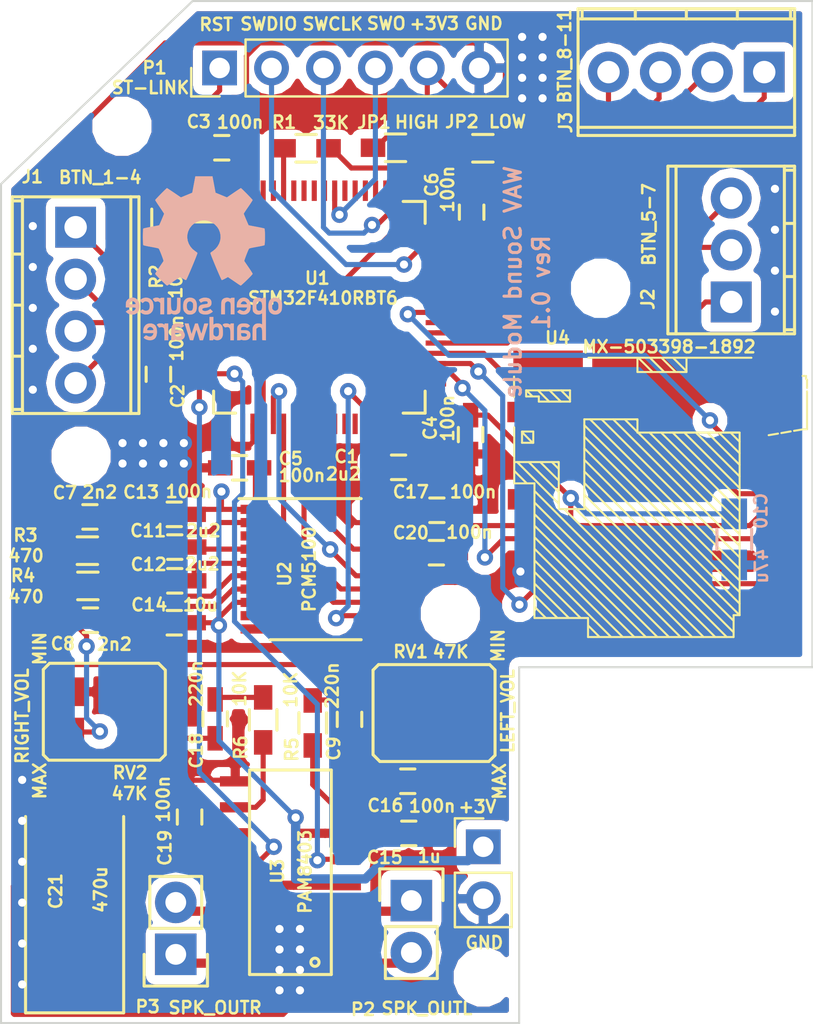
<source format=kicad_pcb>
(kicad_pcb (version 20160815) (host pcbnew no-vcs-found-7448~57~ubuntu16.04.1)
  (layers (0 F.Cu signal) (31 B.Cu signal) (34 B.Paste user) (35 F.Paste user) (36 B.SilkS user) (37 F.SilkS user) (38 B.Mask user) (39 F.Mask user) (44 Edge.Cuts user))
  (net 0 "")
  (net 1 GND)
  (net 2 "Net-(C1-Pad1)")
  (net 3 +3V3)
  (net 4 /PCM5100_OUTL)
  (net 5 /PCM5100_OUTR)
  (net 6 "Net-(C9-Pad1)")
  (net 7 "Net-(C9-Pad2)")
  (net 8 "Net-(C11-Pad1)")
  (net 9 "Net-(C11-Pad2)")
  (net 10 "Net-(C14-Pad1)")
  (net 11 "Net-(C16-Pad2)")
  (net 12 "Net-(C18-Pad2)")
  (net 13 "Net-(C18-Pad1)")
  (net 14 "Net-(C20-Pad1)")
  (net 15 /BTN3)
  (net 16 /BTN2)
  (net 17 /BTN1)
  (net 18 /BTN4)
  (net 19 /BTN6)
  (net 20 /BTN5)
  (net 21 /BTN7)
  (net 22 /BTN11)
  (net 23 /BTN8)
  (net 24 /BTN9)
  (net 25 /BTN10)
  (net 26 "Net-(JP1-Pad1)")
  (net 27 /SWO)
  (net 28 /SWCLK)
  (net 29 /SWDIO)
  (net 30 /nRST)
  (net 31 "Net-(P2-Pad1)")
  (net 32 "Net-(P2-Pad2)")
  (net 33 "Net-(P3-Pad2)")
  (net 34 "Net-(P3-Pad1)")
  (net 35 "Net-(R1-Pad1)")
  (net 36 "Net-(R3-Pad1)")
  (net 37 "Net-(R4-Pad1)")
  (net 38 "Net-(R5-Pad1)")
  (net 39 "Net-(R6-Pad2)")
  (net 40 /SD_CS)
  (net 41 /SD_DI)
  (net 42 /SD_DO)
  (net 43 /SD_SCLK)
  (net 44 /I2S_MCLK)
  (net 45 /PCM5100_MUTE)
  (net 46 /I2S_DATA)
  (net 47 /I2S_BCLK)
  (net 48 /I2S_LRCLK)
  (net 49 /PAM8403_STANDBY)
  (net 50 /PAM8403_MUTE)
  (module myfootprints:1pin (layer F.Cu) (at 72.75 113.8)
    (fp_text reference REF** hide)
    (fp_text value 1pin hide)
    (pad "" thru_hole circle (at 0 0) (size 0.8 0.8) (drill 0.4) (layers *.Cu) (net 1 GND))
  )
  (module myfootprints:1pin (layer F.Cu) (at 73.75 113.8)
    (fp_text reference REF** hide)
    (fp_text value 1pin hide)
    (pad "" thru_hole circle (at 0 0) (size 0.8 0.8) (drill 0.4) (layers *.Cu) (net 1 GND))
  )
  (module myfootprints:1pin (layer F.Cu) (at 72.75 114.8)
    (fp_text reference REF** hide)
    (fp_text value 1pin hide)
    (pad "" thru_hole circle (at 0 0) (size 0.8 0.8) (drill 0.4) (layers *.Cu) (net 1 GND))
  )
  (module myfootprints:1pin (layer F.Cu) (at 73.75 114.8)
    (fp_text reference REF** hide)
    (fp_text value 1pin hide)
    (pad "" thru_hole circle (at 0 0) (size 0.8 0.8) (drill 0.4) (layers *.Cu) (net 1 GND))
  )
  (module myfootprints:1pin (layer F.Cu) (at 73.75 116.8)
    (fp_text reference REF** hide)
    (fp_text value 1pin hide)
    (pad "" thru_hole circle (at 0 0) (size 0.8 0.8) (drill 0.4) (layers *.Cu) (net 1 GND))
  )
  (module myfootprints:1pin (layer F.Cu) (at 72.75 115.8)
    (fp_text reference REF** hide)
    (fp_text value 1pin hide)
    (pad "" thru_hole circle (at 0 0) (size 0.8 0.8) (drill 0.4) (layers *.Cu) (net 1 GND))
  )
  (module myfootprints:1pin (layer F.Cu) (at 73.75 115.8)
    (fp_text reference REF** hide)
    (fp_text value 1pin hide)
    (pad "" thru_hole circle (at 0 0) (size 0.8 0.8) (drill 0.4) (layers *.Cu) (net 1 GND))
  )
  (module myfootprints:1pin (layer F.Cu) (at 72.75 116.8)
    (fp_text reference REF** hide)
    (fp_text value 1pin hide)
    (pad "" thru_hole circle (at 0 0) (size 0.8 0.8) (drill 0.4) (layers *.Cu) (net 1 GND))
  )
  (module myfootprints:TC-33X-2 (layer F.Cu) (at 80.44 103.26 90)
    (fp_text reference RV1 (at 3.02 -1.275) (layer F.SilkS) (effects (font (size 0.6 0.6) (thickness 0.125))))
    (fp_text value 47K (at 3.01 0.685) (layer F.SilkS) (effects (font (size 0.6 0.6) (thickness 0.125))))
    (pad 2 smd rect (at 0.01778 -1.64338 90) (size 1.8 1.7) (layers F.Cu F.Paste F.Mask) (net 7 "Net-(C9-Pad2)"))
    (pad 1 smd rect (at -0.95758 1.55702 90) (size 1.4 1.4) (layers F.Cu F.Paste F.Mask) (net 4 /PCM5100_OUTL))
    (pad 3 smd rect (at 1.01092 1.55956 90) (size 1.4 1.4) (layers F.Cu F.Paste F.Mask) (net 1 GND))
  )
  (module Symbols:OSHW-Logo_7.5x8mm_SilkScreen (layer B.Cu) (at 69.06 81 180)
    (fp_text reference REF*** hide)
    (fp_text value OSHW-Logo_7.5x8mm_SilkScreen hide)
  )
  (module myfootprints:1pin (layer F.Cu) (at 96.99 83.61 90)
    (fp_text reference REF** hide)
    (fp_text value 1pin hide)
    (pad "" thru_hole circle (at 0 0 90) (size 0.8 0.8) (drill 0.4) (layers *.Cu) (net 1 GND))
  )
  (module myfootprints:1pin (layer F.Cu) (at 96.99 81.61 90)
    (fp_text reference REF** hide)
    (fp_text value 1pin hide)
    (pad "" thru_hole circle (at 0 0 90) (size 0.8 0.8) (drill 0.4) (layers *.Cu) (net 1 GND))
  )
  (module myfootprints:1pin (layer F.Cu) (at 96.99 79.61 90)
    (fp_text reference REF** hide)
    (fp_text value 1pin hide)
    (pad "" thru_hole circle (at 0 0 90) (size 0.8 0.8) (drill 0.4) (layers *.Cu) (net 1 GND))
  )
  (module myfootprints:1pin (layer F.Cu) (at 96.99 77.61 90)
    (fp_text reference REF** hide)
    (fp_text value 1pin hide)
    (pad "" thru_hole circle (at 0 0 90) (size 0.8 0.8) (drill 0.4) (layers *.Cu) (net 1 GND))
  )
  (module myfootprints:1pin (layer F.Cu) (at 60.68 81.43 90)
    (fp_text reference REF** hide)
    (fp_text value 1pin hide)
    (pad "" thru_hole circle (at 0 0 90) (size 0.8 0.8) (drill 0.4) (layers *.Cu) (net 1 GND))
  )
  (module myfootprints:1pin (layer F.Cu) (at 60.68 83.43 90)
    (fp_text reference REF** hide)
    (fp_text value 1pin hide)
    (pad "" thru_hole circle (at 0 0 90) (size 0.8 0.8) (drill 0.4) (layers *.Cu) (net 1 GND))
  )
  (module myfootprints:1pin (layer F.Cu) (at 60.68 79.43 90)
    (fp_text reference REF** hide)
    (fp_text value 1pin hide)
    (pad "" thru_hole circle (at 0 0 90) (size 0.8 0.8) (drill 0.4) (layers *.Cu) (net 1 GND))
  )
  (module myfootprints:1pin (layer F.Cu) (at 60.68 87.43 90)
    (fp_text reference REF** hide)
    (fp_text value 1pin hide)
    (pad "" thru_hole circle (at 0 0 90) (size 0.8 0.8) (drill 0.4) (layers *.Cu) (net 1 GND))
  )
  (module myfootprints:1pin (layer F.Cu) (at 60.68 85.43 90)
    (fp_text reference REF** hide)
    (fp_text value 1pin hide)
    (pad "" thru_hole circle (at 0 0 90) (size 0.8 0.8) (drill 0.4) (layers *.Cu) (net 1 GND))
  )
  (module myfootprints:1pin (layer F.Cu) (at 60.16 116.51 90)
    (fp_text reference REF** hide)
    (fp_text value 1pin hide)
    (pad "" thru_hole circle (at 0 0 90) (size 0.8 0.8) (drill 0.4) (layers *.Cu) (net 1 GND))
  )
  (module myfootprints:1pin (layer F.Cu) (at 60.16 114.51 90)
    (fp_text reference REF** hide)
    (fp_text value 1pin hide)
    (pad "" thru_hole circle (at 0 0 90) (size 0.8 0.8) (drill 0.4) (layers *.Cu) (net 1 GND))
  )
  (module myfootprints:1pin (layer F.Cu) (at 60.16 112.51 90)
    (fp_text reference REF** hide)
    (fp_text value 1pin hide)
    (pad "" thru_hole circle (at 0 0 90) (size 0.8 0.8) (drill 0.4) (layers *.Cu) (net 1 GND))
  )
  (module myfootprints:1pin (layer F.Cu) (at 60.16 110.51 90)
    (fp_text reference REF** hide)
    (fp_text value 1pin hide)
    (pad "" thru_hole circle (at 0 0 90) (size 0.8 0.8) (drill 0.4) (layers *.Cu) (net 1 GND))
  )
  (module myfootprints:1pin (layer F.Cu) (at 60.16 108.51 90)
    (fp_text reference REF** hide)
    (fp_text value 1pin hide)
    (pad "" thru_hole circle (at 0 0 90) (size 0.8 0.8) (drill 0.4) (layers *.Cu) (net 1 GND))
  )
  (module myfootprints:1pin (layer F.Cu) (at 60.16 106.51 90)
    (fp_text reference REF** hide)
    (fp_text value 1pin hide)
    (pad "" thru_hole circle (at 0 0 90) (size 0.8 0.8) (drill 0.4) (layers *.Cu) (net 1 GND))
  )
  (module myfootprints:1pin (layer F.Cu) (at 66.07 91.04 90)
    (fp_text reference REF** hide)
    (fp_text value 1pin hide)
    (pad "" thru_hole circle (at 0 0 90) (size 0.8 0.8) (drill 0.4) (layers *.Cu) (net 1 GND))
  )
  (module myfootprints:1pin (layer F.Cu) (at 67.07 90.04 90)
    (fp_text reference REF** hide)
    (fp_text value 1pin hide)
    (pad "" thru_hole circle (at 0 0 90) (size 0.8 0.8) (drill 0.4) (layers *.Cu) (net 1 GND))
  )
  (module myfootprints:1pin (layer F.Cu) (at 66.07 90.04 90)
    (fp_text reference REF** hide)
    (fp_text value 1pin hide)
    (pad "" thru_hole circle (at 0 0 90) (size 0.8 0.8) (drill 0.4) (layers *.Cu) (net 1 GND))
  )
  (module myfootprints:1pin (layer F.Cu) (at 65.07 90.04 90)
    (fp_text reference REF** hide)
    (fp_text value 1pin hide)
    (pad "" thru_hole circle (at 0 0 90) (size 0.8 0.8) (drill 0.4) (layers *.Cu) (net 1 GND))
  )
  (module myfootprints:1pin (layer F.Cu) (at 65.07 91.04 90)
    (fp_text reference REF** hide)
    (fp_text value 1pin hide)
    (pad "" thru_hole circle (at 0 0 90) (size 0.8 0.8) (drill 0.4) (layers *.Cu) (net 1 GND))
  )
  (module myfootprints:1pin (layer F.Cu) (at 68.07 90.04 90)
    (fp_text reference REF** hide)
    (fp_text value 1pin hide)
    (pad "" thru_hole circle (at 0 0 90) (size 0.8 0.8) (drill 0.4) (layers *.Cu) (net 1 GND))
  )
  (module myfootprints:1pin (layer F.Cu) (at 67.07 91.04 90)
    (fp_text reference REF** hide)
    (fp_text value 1pin hide)
    (pad "" thru_hole circle (at 0 0 90) (size 0.8 0.8) (drill 0.4) (layers *.Cu) (net 1 GND))
  )
  (module myfootprints:1pin (layer F.Cu) (at 68.07 91.04 90)
    (fp_text reference REF** hide)
    (fp_text value 1pin hide)
    (pad "" thru_hole circle (at 0 0 90) (size 0.8 0.8) (drill 0.4) (layers *.Cu) (net 1 GND))
  )
  (module myfootprints:1pin (layer F.Cu) (at 85.62 73.18)
    (fp_text reference REF** hide)
    (fp_text value 1pin hide)
    (pad "" thru_hole circle (at 0 0) (size 0.8 0.8) (drill 0.4) (layers *.Cu) (net 1 GND))
  )
  (module myfootprints:1pin (layer F.Cu) (at 84.62 73.18)
    (fp_text reference REF** hide)
    (fp_text value 1pin hide)
    (pad "" thru_hole circle (at 0 0) (size 0.8 0.8) (drill 0.4) (layers *.Cu) (net 1 GND))
  )
  (module myfootprints:1pin (layer F.Cu) (at 85.62 72.18)
    (fp_text reference REF** hide)
    (fp_text value 1pin hide)
    (pad "" thru_hole circle (at 0 0) (size 0.8 0.8) (drill 0.4) (layers *.Cu) (net 1 GND))
  )
  (module myfootprints:1pin (layer F.Cu) (at 84.62 72.18)
    (fp_text reference REF** hide)
    (fp_text value 1pin hide)
    (pad "" thru_hole circle (at 0 0) (size 0.8 0.8) (drill 0.4) (layers *.Cu) (net 1 GND))
  )
  (module myfootprints:1pin (layer F.Cu) (at 85.62 71.18)
    (fp_text reference REF** hide)
    (fp_text value 1pin hide)
    (pad "" thru_hole circle (at 0 0) (size 0.8 0.8) (drill 0.4) (layers *.Cu) (net 1 GND))
  )
  (module myfootprints:1pin (layer F.Cu) (at 84.62 71.18)
    (fp_text reference REF** hide)
    (fp_text value 1pin hide)
    (pad "" thru_hole circle (at 0 0) (size 0.8 0.8) (drill 0.4) (layers *.Cu) (net 1 GND))
  )
  (module myfootprints:1pin (layer F.Cu) (at 85.62 70.18)
    (fp_text reference REF** hide)
    (fp_text value 1pin hide)
    (pad "" thru_hole circle (at 0 0) (size 0.8 0.8) (drill 0.4) (layers *.Cu) (net 1 GND))
  )
  (module myfootprints:1pin (layer F.Cu) (at 84.62 70.18)
    (fp_text reference REF** hide)
    (fp_text value 1pin hide)
    (pad "" thru_hole circle (at 0 0) (size 0.8 0.8) (drill 0.4) (layers *.Cu) (net 1 GND))
  )
  (module myfootprints:hole_2mm (layer F.Cu) (at 81.11 98.38)
    (fp_text reference REF** hide)
    (fp_text value hole_2mm hide)
    (pad "" np_thru_hole circle (at 0 0) (size 2 2) (drill 2) (layers *.Cu *.Mask))
  )
  (module myfootprints:hole_2mm (layer F.Cu) (at 65.04 74.55)
    (fp_text reference REF** hide)
    (fp_text value hole_2mm hide)
    (pad "" np_thru_hole circle (at 0 0) (size 2 2) (drill 2) (layers *.Cu *.Mask))
  )
  (module myfootprints:hole_2mm (layer F.Cu) (at 88.46 82.47)
    (fp_text reference REF** hide)
    (fp_text value hole_2mm hide)
    (pad "" np_thru_hole circle (at 0 0) (size 2 2) (drill 2) (layers *.Cu *.Mask))
  )
  (module myfootprints:hole_2mm (layer F.Cu) (at 63.04 90.68)
    (fp_text reference REF** hide)
    (fp_text value hole_2mm hide)
    (pad "" np_thru_hole circle (at 0 0) (size 2 2) (drill 2) (layers *.Cu *.Mask))
  )
  (module myfootprints:hole_2mm (layer F.Cu) (at 82.72 116.15)
    (fp_text reference REF** hide)
    (fp_text value hole_2mm hide)
    (pad "" np_thru_hole circle (at 0 0) (size 2 2) (drill 2) (layers *.Cu *.Mask))
  )
  (module Pin_Headers:Pin_Header_Straight_1x06_Pitch2.54mm (layer F.Cu) (at 69.82 71.7 90)
    (fp_text reference P1 (at 0.01 -3.18 180) (layer F.SilkS) (effects (font (size 0.6 0.6) (thickness 0.125))))
    (fp_text value ST-LINK (at -0.96 -3.38 180) (layer F.SilkS) (effects (font (size 0.6 0.6) (thickness 0.125))))
    (pad 1 thru_hole rect (at 0 0 90) (size 1.7 1.7) (drill 1) (layers *.Cu *.Mask) (net 30 /nRST))
    (pad 2 thru_hole oval (at 0 2.54 90) (size 1.7 1.7) (drill 1) (layers *.Cu *.Mask) (net 29 /SWDIO))
    (pad 3 thru_hole oval (at 0 5.08 90) (size 1.7 1.7) (drill 1) (layers *.Cu *.Mask) (net 28 /SWCLK))
    (pad 4 thru_hole oval (at 0 7.62 90) (size 1.7 1.7) (drill 1) (layers *.Cu *.Mask) (net 27 /SWO))
    (pad 5 thru_hole oval (at 0 10.16 90) (size 1.7 1.7) (drill 1) (layers *.Cu *.Mask) (net 3 +3V3))
    (pad 6 thru_hole oval (at 0 12.7 90) (size 1.7 1.7) (drill 1) (layers *.Cu *.Mask) (net 1 GND))
  )
  (module Resistors_SMD:R_0603_HandSoldering (layer F.Cu) (at 74.05 75.625)
    (fp_text reference R1 (at -1.075 -1.275) (layer F.SilkS) (effects (font (size 0.6 0.6) (thickness 0.125))))
    (fp_text value 33K (at 1.225 -1.25) (layer F.SilkS) (effects (font (size 0.6 0.6) (thickness 0.125))))
    (pad 1 smd rect (at -1.1 0) (size 1.2 0.9) (layers F.Cu F.Paste F.Mask) (net 35 "Net-(R1-Pad1)"))
    (pad 2 smd rect (at 1.1 0) (size 1.2 0.9) (layers F.Cu F.Paste F.Mask) (net 26 "Net-(JP1-Pad1)"))
  )
  (module myfootprints:TC-33X-2 (layer F.Cu) (at 64.05 103.15722 270)
    (fp_text reference RV2 (at 3.00278 -1.39 180) (layer F.SilkS) (effects (font (size 0.6 0.6) (thickness 0.125))))
    (fp_text value 47K (at 4.02278 -1.36) (layer F.SilkS) (effects (font (size 0.6 0.6) (thickness 0.125))))
    (pad 2 smd rect (at 0.01778 -1.64338 270) (size 1.8 1.7) (layers F.Cu F.Paste F.Mask) (net 13 "Net-(C18-Pad1)"))
    (pad 1 smd rect (at -0.95758 1.55702 270) (size 1.4 1.4) (layers F.Cu F.Paste F.Mask) (net 1 GND))
    (pad 3 smd rect (at 1.01092 1.55956 270) (size 1.4 1.4) (layers F.Cu F.Paste F.Mask) (net 5 /PCM5100_OUTR))
  )
  (module Capacitors_SMD:C_0603_HandSoldering (layer F.Cu) (at 78.575 91.225)
    (fp_text reference C1 (at -2.55 -0.525) (layer F.SilkS) (effects (font (size 0.6 0.6) (thickness 0.125))))
    (fp_text value 2u2 (at -2.7 0.325) (layer F.SilkS) (effects (font (size 0.6 0.6) (thickness 0.125))))
    (pad 2 smd rect (at 0.95 0) (size 1.2 0.75) (layers F.Cu F.Paste F.Mask) (net 1 GND))
    (pad 1 smd rect (at -0.95 0) (size 1.2 0.75) (layers F.Cu F.Paste F.Mask) (net 2 "Net-(C1-Pad1)"))
  )
  (module Capacitors_SMD:C_0603_HandSoldering (layer F.Cu) (at 66.825 86.675 90)
    (fp_text reference C2 (at -1.065 0.945 270) (layer F.SilkS) (effects (font (size 0.6 0.6) (thickness 0.125))))
    (fp_text value 100n (at 1.765 0.895 270) (layer F.SilkS) (effects (font (size 0.6 0.6) (thickness 0.125))))
    (pad 1 smd rect (at -0.95 0 90) (size 1.2 0.75) (layers F.Cu F.Paste F.Mask) (net 3 +3V3))
    (pad 2 smd rect (at 0.95 0 90) (size 1.2 0.75) (layers F.Cu F.Paste F.Mask) (net 1 GND))
  )
  (module Capacitors_SMD:C_0603_HandSoldering (layer F.Cu) (at 69.925 75.6)
    (fp_text reference C3 (at -1.125 -1.275) (layer F.SilkS) (effects (font (size 0.6 0.6) (thickness 0.125))))
    (fp_text value 100n (at 0.9 -1.25) (layer F.SilkS) (effects (font (size 0.6 0.6) (thickness 0.125))))
    (pad 2 smd rect (at 0.95 0) (size 1.2 0.75) (layers F.Cu F.Paste F.Mask) (net 1 GND))
    (pad 1 smd rect (at -0.95 0) (size 1.2 0.75) (layers F.Cu F.Paste F.Mask) (net 3 +3V3))
  )
  (module Capacitors_SMD:C_0603_HandSoldering (layer F.Cu) (at 82.1 89.625 270)
    (fp_text reference C4 (at -0.325 1.975 270) (layer F.SilkS) (effects (font (size 0.6 0.6) (thickness 0.125))))
    (fp_text value 100n (at -0.8 1.125 270) (layer F.SilkS) (effects (font (size 0.6 0.6) (thickness 0.125))))
    (pad 2 smd rect (at 0.95 0 270) (size 1.2 0.75) (layers F.Cu F.Paste F.Mask) (net 1 GND))
    (pad 1 smd rect (at -0.95 0 270) (size 1.2 0.75) (layers F.Cu F.Paste F.Mask) (net 3 +3V3))
  )
  (module Capacitors_SMD:C_0603_HandSoldering (layer F.Cu) (at 70.8 91.25 180)
    (fp_text reference C5 (at -2.5 0.45 180) (layer F.SilkS) (effects (font (size 0.6 0.6) (thickness 0.125))))
    (fp_text value 100n (at -3.05 -0.375 180) (layer F.SilkS) (effects (font (size 0.6 0.6) (thickness 0.125))))
    (pad 1 smd rect (at -0.95 0 180) (size 1.2 0.75) (layers F.Cu F.Paste F.Mask) (net 3 +3V3))
    (pad 2 smd rect (at 0.95 0 180) (size 1.2 0.75) (layers F.Cu F.Paste F.Mask) (net 1 GND))
  )
  (module Capacitors_SMD:C_0603_HandSoldering (layer F.Cu) (at 82.15 78.75 270)
    (fp_text reference C6 (at -1.35 1.95 270) (layer F.SilkS) (effects (font (size 0.6 0.6) (thickness 0.125))))
    (fp_text value 100n (at -1.125 1.175 270) (layer F.SilkS) (effects (font (size 0.6 0.6) (thickness 0.125))))
    (pad 1 smd rect (at -0.95 0 270) (size 1.2 0.75) (layers F.Cu F.Paste F.Mask) (net 3 +3V3))
    (pad 2 smd rect (at 0.95 0 270) (size 1.2 0.75) (layers F.Cu F.Paste F.Mask) (net 1 GND))
  )
  (module Capacitors_SMD:C_0603_HandSoldering (layer F.Cu) (at 63.475 93.65 180)
    (fp_text reference C7 (at 1.225 1.18 180) (layer F.SilkS) (effects (font (size 0.6 0.6) (thickness 0.125))))
    (fp_text value 2n2 (at -0.485 1.21 180) (layer F.SilkS) (effects (font (size 0.6 0.6) (thickness 0.125))))
    (pad 2 smd rect (at 0.95 0 180) (size 1.2 0.75) (layers F.Cu F.Paste F.Mask) (net 4 /PCM5100_OUTL))
    (pad 1 smd rect (at -0.95 0 180) (size 1.2 0.75) (layers F.Cu F.Paste F.Mask) (net 1 GND))
  )
  (module Capacitors_SMD:C_0603_HandSoldering (layer F.Cu) (at 63.5 98.7 180)
    (fp_text reference C8 (at 1.35 -1.15 180) (layer F.SilkS) (effects (font (size 0.6 0.6) (thickness 0.125))))
    (fp_text value 2n2 (at -1.175 -1.175 180) (layer F.SilkS) (effects (font (size 0.6 0.6) (thickness 0.125))))
    (pad 2 smd rect (at 0.95 0 180) (size 1.2 0.75) (layers F.Cu F.Paste F.Mask) (net 5 /PCM5100_OUTR))
    (pad 1 smd rect (at -0.95 0 180) (size 1.2 0.75) (layers F.Cu F.Paste F.Mask) (net 1 GND))
  )
  (module Capacitors_SMD:C_0603_HandSoldering (layer F.Cu) (at 76.175 103.55 270)
    (fp_text reference C9 (at 1.425 0.775 270) (layer F.SilkS) (effects (font (size 0.6 0.6) (thickness 0.125))))
    (fp_text value 220n (at -1.65 0.85 270) (layer F.SilkS) (effects (font (size 0.6 0.6) (thickness 0.125))))
    (pad 1 smd rect (at -0.95 0 270) (size 1.2 0.75) (layers F.Cu F.Paste F.Mask) (net 6 "Net-(C9-Pad1)"))
    (pad 2 smd rect (at 0.95 0 270) (size 1.2 0.75) (layers F.Cu F.Paste F.Mask) (net 7 "Net-(C9-Pad2)"))
  )
  (module Capacitors_SMD:C_0805_HandSoldering (layer B.Cu) (at 95 94.75 270)
    (fp_text reference C10 (at -1.39 -1.3 270) (layer B.SilkS) (effects (font (size 0.6 0.6) (thickness 0.125)) (justify mirror)))
    (fp_text value 47u (at 1.3 -1.33 270) (layer B.SilkS) (effects (font (size 0.6 0.6) (thickness 0.125)) (justify mirror)))
    (pad 2 smd rect (at 1.25 0 270) (size 1.5 1.25) (layers B.Cu B.Paste B.Mask) (net 1 GND))
    (pad 1 smd rect (at -1.25 0 270) (size 1.5 1.25) (layers B.Cu B.Paste B.Mask) (net 3 +3V3))
  )
  (module Capacitors_SMD:C_0603_HandSoldering (layer F.Cu) (at 67.625 95.125 180)
    (fp_text reference C11 (at 1.3 0.8) (layer F.SilkS) (effects (font (size 0.6 0.6) (thickness 0.125))))
    (fp_text value 2u2 (at -1.4 0.8) (layer F.SilkS) (effects (font (size 0.6 0.6) (thickness 0.125))))
    (pad 1 smd rect (at -0.95 0 180) (size 1.2 0.75) (layers F.Cu F.Paste F.Mask) (net 8 "Net-(C11-Pad1)"))
    (pad 2 smd rect (at 0.95 0 180) (size 1.2 0.75) (layers F.Cu F.Paste F.Mask) (net 9 "Net-(C11-Pad2)"))
  )
  (module Capacitors_SMD:C_0603_HandSoldering (layer F.Cu) (at 67.6 98.825)
    (fp_text reference C12 (at -1.25 -2.85) (layer F.SilkS) (effects (font (size 0.6 0.6) (thickness 0.125))))
    (fp_text value 10u (at 1.275 -0.875) (layer F.SilkS) (effects (font (size 0.6 0.6) (thickness 0.125))))
    (pad 1 smd rect (at -0.95 0) (size 1.2 0.75) (layers F.Cu F.Paste F.Mask) (net 1 GND))
    (pad 2 smd rect (at 0.95 0) (size 1.2 0.75) (layers F.Cu F.Paste F.Mask) (net 3 +3V3))
  )
  (module Capacitors_SMD:C_0603_HandSoldering (layer F.Cu) (at 67.6 93.525 180)
    (fp_text reference C13 (at 1.62 1.085 180) (layer F.SilkS) (effects (font (size 0.6 0.6) (thickness 0.125))))
    (fp_text value 100n (at -0.72 1.115 180) (layer F.SilkS) (effects (font (size 0.6 0.6) (thickness 0.125))))
    (pad 1 smd rect (at -0.95 0 180) (size 1.2 0.75) (layers F.Cu F.Paste F.Mask) (net 3 +3V3))
    (pad 2 smd rect (at 0.95 0 180) (size 1.2 0.75) (layers F.Cu F.Paste F.Mask) (net 1 GND))
  )
  (module Capacitors_SMD:C_0603_HandSoldering (layer F.Cu) (at 67.625 96.775 180)
    (fp_text reference C14 (at 1.25 -1.175 180) (layer F.SilkS) (effects (font (size 0.6 0.6) (thickness 0.125))))
    (fp_text value 2u2 (at -1.35 0.825) (layer F.SilkS) (effects (font (size 0.6 0.6) (thickness 0.125))))
    (pad 2 smd rect (at 0.95 0 180) (size 1.2 0.75) (layers F.Cu F.Paste F.Mask) (net 1 GND))
    (pad 1 smd rect (at -0.95 0 180) (size 1.2 0.75) (layers F.Cu F.Paste F.Mask) (net 10 "Net-(C14-Pad1)"))
  )
  (module Capacitors_SMD:C_0603_HandSoldering (layer F.Cu) (at 79.075 109.125 180)
    (fp_text reference C15 (at 1.175 -1.175 180) (layer F.SilkS) (effects (font (size 0.6 0.6) (thickness 0.125))))
    (fp_text value 1u (at -1.005 -1.125 180) (layer F.SilkS) (effects (font (size 0.6 0.6) (thickness 0.125))))
    (pad 1 smd rect (at -0.95 0 180) (size 1.2 0.75) (layers F.Cu F.Paste F.Mask) (net 1 GND))
    (pad 2 smd rect (at 0.95 0 180) (size 1.2 0.75) (layers F.Cu F.Paste F.Mask) (net 3 +3V3))
  )
  (module Capacitors_SMD:C_0603_HandSoldering (layer F.Cu) (at 79.025 106.575 180)
    (fp_text reference C16 (at 1.095 -1.185 180) (layer F.SilkS) (effects (font (size 0.6 0.6) (thickness 0.125))))
    (fp_text value 100n (at -1.195 -1.215 180) (layer F.SilkS) (effects (font (size 0.6 0.6) (thickness 0.125))))
    (pad 2 smd rect (at 0.95 0 180) (size 1.2 0.75) (layers F.Cu F.Paste F.Mask) (net 11 "Net-(C16-Pad2)"))
    (pad 1 smd rect (at -0.95 0 180) (size 1.2 0.75) (layers F.Cu F.Paste F.Mask) (net 1 GND))
  )
  (module Capacitors_SMD:C_0603_HandSoldering (layer F.Cu) (at 80.45 93.325)
    (fp_text reference C17 (at -1.275 -0.9) (layer F.SilkS) (effects (font (size 0.6 0.6) (thickness 0.125))))
    (fp_text value 100n (at 1.775 -0.9) (layer F.SilkS) (effects (font (size 0.6 0.6) (thickness 0.125))))
    (pad 2 smd rect (at 0.95 0) (size 1.2 0.75) (layers F.Cu F.Paste F.Mask) (net 1 GND))
    (pad 1 smd rect (at -0.95 0) (size 1.2 0.75) (layers F.Cu F.Paste F.Mask) (net 3 +3V3))
  )
  (module Capacitors_SMD:C_0603_HandSoldering (layer F.Cu) (at 69.6 103.525 90)
    (fp_text reference C18 (at -1.55 -0.925 90) (layer F.SilkS) (effects (font (size 0.6 0.6) (thickness 0.125))))
    (fp_text value 220n (at 1.725 -0.925 90) (layer F.SilkS) (effects (font (size 0.6 0.6) (thickness 0.125))))
    (pad 2 smd rect (at 0.95 0 90) (size 1.2 0.75) (layers F.Cu F.Paste F.Mask) (net 12 "Net-(C18-Pad2)"))
    (pad 1 smd rect (at -0.95 0 90) (size 1.2 0.75) (layers F.Cu F.Paste F.Mask) (net 13 "Net-(C18-Pad1)"))
  )
  (module Capacitors_SMD:C_0603_HandSoldering (layer F.Cu) (at 68.35 108.325 90)
    (fp_text reference C19 (at -1.505 -1.21 90) (layer F.SilkS) (effects (font (size 0.6 0.6) (thickness 0.125))))
    (fp_text value 100n (at 0.875 -1.29 90) (layer F.SilkS) (effects (font (size 0.6 0.6) (thickness 0.125))))
    (pad 2 smd rect (at 0.95 0 90) (size 1.2 0.75) (layers F.Cu F.Paste F.Mask) (net 1 GND))
    (pad 1 smd rect (at -0.95 0 90) (size 1.2 0.75) (layers F.Cu F.Paste F.Mask) (net 3 +3V3))
  )
  (module Capacitors_SMD:C_0603_HandSoldering (layer F.Cu) (at 80.425 95.4)
    (fp_text reference C20 (at -1.25 -0.975) (layer F.SilkS) (effects (font (size 0.6 0.6) (thickness 0.125))))
    (fp_text value 100n (at 1.625 -1) (layer F.SilkS) (effects (font (size 0.6 0.6) (thickness 0.125))))
    (pad 1 smd rect (at -0.95 0) (size 1.2 0.75) (layers F.Cu F.Paste F.Mask) (net 14 "Net-(C20-Pad1)"))
    (pad 2 smd rect (at 0.95 0) (size 1.2 0.75) (layers F.Cu F.Paste F.Mask) (net 1 GND))
  )
  (module Capacitors_Tantalum_SMD:Tantalum_Case-D_EIA-7343-31_Hand (layer F.Cu) (at 62.725 111.95 90)
    (fp_text reference C21 (at 0 -0.925 90) (layer F.SilkS) (effects (font (size 0.6 0.6) (thickness 0.125))))
    (fp_text value 470u (at 0.075 1.275 90) (layer F.SilkS) (effects (font (size 0.6 0.6) (thickness 0.125))))
    (pad 2 smd rect (at 3.775 0 90) (size 3.75 2.7) (layers F.Cu F.Paste F.Mask) (net 1 GND))
    (pad 1 smd rect (at -3.775 0 90) (size 3.75 2.7) (layers F.Cu F.Paste F.Mask) (net 3 +3V3))
  )
  (module Terminal_Blocks:TerminalBlock_Pheonix_MPT-2.54mm_4pol (layer F.Cu) (at 62.775 79.485 270)
    (fp_text reference J1 (at -2.465 2.115) (layer F.SilkS) (effects (font (size 0.6 0.6) (thickness 0.125))))
    (fp_text value BTN_1-4 (at -2.435 -1.2) (layer F.SilkS) (effects (font (size 0.6 0.6) (thickness 0.125))))
    (pad 3 thru_hole oval (at 5.08 0 90) (size 1.99898 1.99898) (drill 1.09728) (layers *.Cu *.Mask) (net 15 /BTN3))
    (pad 2 thru_hole oval (at 2.54 0 90) (size 1.99898 1.99898) (drill 1.09728) (layers *.Cu *.Mask) (net 16 /BTN2))
    (pad 1 thru_hole rect (at 0 0 90) (size 1.99898 1.99898) (drill 1.09728) (layers *.Cu *.Mask) (net 17 /BTN1))
    (pad 4 thru_hole oval (at 7.62 0 90) (size 1.99898 1.99898) (drill 1.09728) (layers *.Cu *.Mask) (net 18 /BTN4))
  )
  (module Terminal_Blocks:TerminalBlock_Pheonix_MPT-2.54mm_3pol (layer F.Cu) (at 94.85 83.14 90)
    (fp_text reference J2 (at 0.14 -4.075 90) (layer F.SilkS) (effects (font (size 0.6 0.6) (thickness 0.125))))
    (fp_text value BTN_5-7 (at 3.79 -4.025 90) (layer F.SilkS) (effects (font (size 0.6 0.6) (thickness 0.125))))
    (pad 2 thru_hole oval (at 2.54 0 90) (size 1.99898 1.99898) (drill 1.09728) (layers *.Cu *.Mask) (net 19 /BTN6))
    (pad 1 thru_hole rect (at 0 0 90) (size 1.99898 1.99898) (drill 1.09728) (layers *.Cu *.Mask) (net 20 /BTN5))
    (pad 3 thru_hole oval (at 5.08 0 90) (size 1.99898 1.99898) (drill 1.09728) (layers *.Cu *.Mask) (net 21 /BTN7))
  )
  (module Terminal_Blocks:TerminalBlock_Pheonix_MPT-2.54mm_4pol (layer F.Cu) (at 96.465 71.9 180)
    (fp_text reference J3 (at 9.715 -2.47 270) (layer F.SilkS) (effects (font (size 0.6 0.6) (thickness 0.125))))
    (fp_text value BTN_8-11 (at 9.765 0.78 270) (layer F.SilkS) (effects (font (size 0.6 0.6) (thickness 0.125))))
    (pad 4 thru_hole oval (at 7.62 0) (size 1.99898 1.99898) (drill 1.09728) (layers *.Cu *.Mask) (net 22 /BTN11))
    (pad 1 thru_hole rect (at 0 0) (size 1.99898 1.99898) (drill 1.09728) (layers *.Cu *.Mask) (net 23 /BTN8))
    (pad 2 thru_hole oval (at 2.54 0) (size 1.99898 1.99898) (drill 1.09728) (layers *.Cu *.Mask) (net 24 /BTN9))
    (pad 3 thru_hole oval (at 5.08 0) (size 1.99898 1.99898) (drill 1.09728) (layers *.Cu *.Mask) (net 25 /BTN10))
  )
  (module Resistors_SMD:R_0603_HandSoldering (layer F.Cu) (at 78.425 75.6 180)
    (fp_text reference JP1 (at 1.05 1.25 180) (layer F.SilkS) (effects (font (size 0.6 0.6) (thickness 0.125))))
    (fp_text value HIGH (at -1.05 1.25 180) (layer F.SilkS) (effects (font (size 0.6 0.6) (thickness 0.125))))
    (pad 1 smd rect (at -1.1 0 180) (size 1.2 0.9) (layers F.Cu F.Paste F.Mask) (net 26 "Net-(JP1-Pad1)"))
    (pad 2 smd rect (at 1.1 0 180) (size 1.2 0.9) (layers F.Cu F.Paste F.Mask) (net 3 +3V3))
  )
  (module Resistors_SMD:R_0603_HandSoldering (layer F.Cu) (at 82.7 75.625 180)
    (fp_text reference JP2 (at 1.025 1.3 180) (layer F.SilkS) (effects (font (size 0.6 0.6) (thickness 0.125))))
    (fp_text value LOW (at -1.2 1.3 180) (layer F.SilkS) (effects (font (size 0.6 0.6) (thickness 0.125))))
    (pad 2 smd rect (at 1.1 0 180) (size 1.2 0.9) (layers F.Cu F.Paste F.Mask) (net 26 "Net-(JP1-Pad1)"))
    (pad 1 smd rect (at -1.1 0 180) (size 1.2 0.9) (layers F.Cu F.Paste F.Mask) (net 1 GND))
  )
  (module Pin_Headers:Pin_Header_Straight_1x02 (layer F.Cu) (at 79.2 112.41)
    (fp_text reference P2 (at -2.36 5.32) (layer F.SilkS) (effects (font (size 0.6 0.6) (thickness 0.125))))
    (fp_text value SPK_OUTL (at 0.76 5.28 180) (layer F.SilkS) (effects (font (size 0.6 0.6) (thickness 0.125))))
    (pad 1 thru_hole rect (at 0 0) (size 2.032 2.032) (drill 1.016) (layers *.Cu *.Mask) (net 31 "Net-(P2-Pad1)"))
    (pad 2 thru_hole oval (at 0 2.54) (size 2.032 2.032) (drill 1.016) (layers *.Cu *.Mask) (net 32 "Net-(P2-Pad2)"))
  )
  (module Pin_Headers:Pin_Header_Straight_1x02 (layer F.Cu) (at 67.675 115.04 180)
    (fp_text reference P3 (at 1.375 -2.56 180) (layer F.SilkS) (effects (font (size 0.6 0.6) (thickness 0.125))))
    (fp_text value SPK_OUTR (at -1.925 -2.61 180) (layer F.SilkS) (effects (font (size 0.6 0.6) (thickness 0.125))))
    (pad 2 thru_hole oval (at 0 2.54 180) (size 2.032 2.032) (drill 1.016) (layers *.Cu *.Mask) (net 33 "Net-(P3-Pad2)"))
    (pad 1 thru_hole rect (at 0 0 180) (size 2.032 2.032) (drill 1.016) (layers *.Cu *.Mask) (net 34 "Net-(P3-Pad1)"))
  )
  (module Housings_QFP:LQFP-64_10x10mm_Pitch0.5mm (layer F.Cu) (at 74.7 83.4)
    (fp_text reference U1 (at -0.1 -1.425) (layer F.SilkS) (effects (font (size 0.6 0.6) (thickness 0.125))))
    (fp_text value STM32F410RBT6 (at 0.175 -0.45) (layer F.SilkS) (effects (font (size 0.6 0.6) (thickness 0.125))))
    (pad 64 smd rect (at -3.75 -5.7 90) (size 1 0.25) (layers F.Cu F.Paste F.Mask) (net 3 +3V3))
    (pad 63 smd rect (at -3.25 -5.7 90) (size 1 0.25) (layers F.Cu F.Paste F.Mask) (net 1 GND))
    (pad 62 smd rect (at -2.75 -5.7 90) (size 1 0.25) (layers F.Cu F.Paste F.Mask))
    (pad 61 smd rect (at -2.25 -5.7 90) (size 1 0.25) (layers F.Cu F.Paste F.Mask))
    (pad 60 smd rect (at -1.75 -5.7 90) (size 1 0.25) (layers F.Cu F.Paste F.Mask) (net 35 "Net-(R1-Pad1)"))
    (pad 59 smd rect (at -1.25 -5.7 90) (size 1 0.25) (layers F.Cu F.Paste F.Mask))
    (pad 58 smd rect (at -0.75 -5.7 90) (size 1 0.25) (layers F.Cu F.Paste F.Mask))
    (pad 57 smd rect (at -0.25 -5.7 90) (size 1 0.25) (layers F.Cu F.Paste F.Mask))
    (pad 56 smd rect (at 0.25 -5.7 90) (size 1 0.25) (layers F.Cu F.Paste F.Mask))
    (pad 55 smd rect (at 0.75 -5.7 90) (size 1 0.25) (layers F.Cu F.Paste F.Mask) (net 27 /SWO))
    (pad 54 smd rect (at 1.25 -5.7 90) (size 1 0.25) (layers F.Cu F.Paste F.Mask))
    (pad 53 smd rect (at 1.75 -5.7 90) (size 1 0.25) (layers F.Cu F.Paste F.Mask))
    (pad 52 smd rect (at 2.25 -5.7 90) (size 1 0.25) (layers F.Cu F.Paste F.Mask))
    (pad 51 smd rect (at 2.75 -5.7 90) (size 1 0.25) (layers F.Cu F.Paste F.Mask))
    (pad 50 smd rect (at 3.25 -5.7 90) (size 1 0.25) (layers F.Cu F.Paste F.Mask))
    (pad 49 smd rect (at 3.75 -5.7 90) (size 1 0.25) (layers F.Cu F.Paste F.Mask) (net 28 /SWCLK))
    (pad 48 smd rect (at 5.7 -3.75) (size 1 0.25) (layers F.Cu F.Paste F.Mask) (net 3 +3V3))
    (pad 47 smd rect (at 5.7 -3.25) (size 1 0.25) (layers F.Cu F.Paste F.Mask) (net 1 GND))
    (pad 46 smd rect (at 5.7 -2.75) (size 1 0.25) (layers F.Cu F.Paste F.Mask) (net 29 /SWDIO))
    (pad 45 smd rect (at 5.7 -2.25) (size 1 0.25) (layers F.Cu F.Paste F.Mask) (net 22 /BTN11))
    (pad 44 smd rect (at 5.7 -1.75) (size 1 0.25) (layers F.Cu F.Paste F.Mask) (net 25 /BTN10))
    (pad 43 smd rect (at 5.7 -1.25) (size 1 0.25) (layers F.Cu F.Paste F.Mask) (net 24 /BTN9))
    (pad 42 smd rect (at 5.7 -0.75) (size 1 0.25) (layers F.Cu F.Paste F.Mask) (net 23 /BTN8))
    (pad 41 smd rect (at 5.7 -0.25) (size 1 0.25) (layers F.Cu F.Paste F.Mask))
    (pad 40 smd rect (at 5.7 0.25) (size 1 0.25) (layers F.Cu F.Paste F.Mask) (net 40 /SD_CS))
    (pad 39 smd rect (at 5.7 0.75) (size 1 0.25) (layers F.Cu F.Paste F.Mask) (net 21 /BTN7))
    (pad 38 smd rect (at 5.7 1.25) (size 1 0.25) (layers F.Cu F.Paste F.Mask) (net 19 /BTN6))
    (pad 37 smd rect (at 5.7 1.75) (size 1 0.25) (layers F.Cu F.Paste F.Mask) (net 20 /BTN5))
    (pad 36 smd rect (at 5.7 2.25) (size 1 0.25) (layers F.Cu F.Paste F.Mask) (net 41 /SD_DI))
    (pad 35 smd rect (at 5.7 2.75) (size 1 0.25) (layers F.Cu F.Paste F.Mask) (net 42 /SD_DO))
    (pad 34 smd rect (at 5.7 3.25) (size 1 0.25) (layers F.Cu F.Paste F.Mask) (net 43 /SD_SCLK))
    (pad 33 smd rect (at 5.7 3.75) (size 1 0.25) (layers F.Cu F.Paste F.Mask))
    (pad 32 smd rect (at 3.75 5.7 90) (size 1 0.25) (layers F.Cu F.Paste F.Mask) (net 3 +3V3))
    (pad 31 smd rect (at 3.25 5.7 90) (size 1 0.25) (layers F.Cu F.Paste F.Mask) (net 1 GND))
    (pad 30 smd rect (at 2.75 5.7 90) (size 1 0.25) (layers F.Cu F.Paste F.Mask) (net 2 "Net-(C1-Pad1)"))
    (pad 29 smd rect (at 2.25 5.7 90) (size 1 0.25) (layers F.Cu F.Paste F.Mask) (net 44 /I2S_MCLK))
    (pad 28 smd rect (at 1.75 5.7 90) (size 1 0.25) (layers F.Cu F.Paste F.Mask))
    (pad 27 smd rect (at 1.25 5.7 90) (size 1 0.25) (layers F.Cu F.Paste F.Mask))
    (pad 26 smd rect (at 0.75 5.7 90) (size 1 0.25) (layers F.Cu F.Paste F.Mask))
    (pad 25 smd rect (at 0.25 5.7 90) (size 1 0.25) (layers F.Cu F.Paste F.Mask))
    (pad 24 smd rect (at -0.25 5.7 90) (size 1 0.25) (layers F.Cu F.Paste F.Mask) (net 45 /PCM5100_MUTE))
    (pad 23 smd rect (at -0.75 5.7 90) (size 1 0.25) (layers F.Cu F.Paste F.Mask) (net 46 /I2S_DATA))
    (pad 22 smd rect (at -1.25 5.7 90) (size 1 0.25) (layers F.Cu F.Paste F.Mask))
    (pad 21 smd rect (at -1.75 5.7 90) (size 1 0.25) (layers F.Cu F.Paste F.Mask) (net 47 /I2S_BCLK))
    (pad 20 smd rect (at -2.25 5.7 90) (size 1 0.25) (layers F.Cu F.Paste F.Mask) (net 48 /I2S_LRCLK))
    (pad 19 smd rect (at -2.75 5.7 90) (size 1 0.25) (layers F.Cu F.Paste F.Mask) (net 3 +3V3))
    (pad 18 smd rect (at -3.25 5.7 90) (size 1 0.25) (layers F.Cu F.Paste F.Mask) (net 1 GND))
    (pad 17 smd rect (at -3.75 5.7 90) (size 1 0.25) (layers F.Cu F.Paste F.Mask))
    (pad 16 smd rect (at -5.7 3.75) (size 1 0.25) (layers F.Cu F.Paste F.Mask) (net 49 /PAM8403_STANDBY))
    (pad 15 smd rect (at -5.7 3.25) (size 1 0.25) (layers F.Cu F.Paste F.Mask) (net 50 /PAM8403_MUTE))
    (pad 14 smd rect (at -5.7 2.75) (size 1 0.25) (layers F.Cu F.Paste F.Mask))
    (pad 13 smd rect (at -5.7 2.25) (size 1 0.25) (layers F.Cu F.Paste F.Mask) (net 3 +3V3))
    (pad 12 smd rect (at -5.7 1.75) (size 1 0.25) (layers F.Cu F.Paste F.Mask) (net 1 GND))
    (pad 11 smd rect (at -5.7 1.25) (size 1 0.25) (layers F.Cu F.Paste F.Mask) (net 18 /BTN4))
    (pad 10 smd rect (at -5.7 0.75) (size 1 0.25) (layers F.Cu F.Paste F.Mask) (net 15 /BTN3))
    (pad 9 smd rect (at -5.7 0.25) (size 1 0.25) (layers F.Cu F.Paste F.Mask) (net 16 /BTN2))
    (pad 8 smd rect (at -5.7 -0.25) (size 1 0.25) (layers F.Cu F.Paste F.Mask) (net 17 /BTN1))
    (pad 7 smd rect (at -5.7 -0.75) (size 1 0.25) (layers F.Cu F.Paste F.Mask) (net 30 /nRST))
    (pad 6 smd rect (at -5.7 -1.25) (size 1 0.25) (layers F.Cu F.Paste F.Mask))
    (pad 5 smd rect (at -5.7 -1.75) (size 1 0.25) (layers F.Cu F.Paste F.Mask))
    (pad 4 smd rect (at -5.7 -2.25) (size 1 0.25) (layers F.Cu F.Paste F.Mask))
    (pad 3 smd rect (at -5.7 -2.75) (size 1 0.25) (layers F.Cu F.Paste F.Mask))
    (pad 2 smd rect (at -5.7 -3.25) (size 1 0.25) (layers F.Cu F.Paste F.Mask))
    (pad 1 smd rect (at -5.7 -3.75) (size 1 0.25) (layers F.Cu F.Paste F.Mask))
  )
  (module Housings_SSOP:TSSOP-20_4.4x6.5mm_Pitch0.65mm (layer F.Cu) (at 74.52 96.205)
    (fp_text reference U2 (at -1.52 0.235 90) (layer F.SilkS) (effects (font (size 0.6 0.6) (thickness 0.125))))
    (fp_text value PCM5100 (at -0.32 0.005 90) (layer F.SilkS) (effects (font (size 0.6 0.6) (thickness 0.125))))
    (pad 20 smd rect (at 2.95 -2.925) (size 1.45 0.45) (layers F.Cu F.Paste F.Mask) (net 3 +3V3))
    (pad 19 smd rect (at 2.95 -2.275) (size 1.45 0.45) (layers F.Cu F.Paste F.Mask) (net 1 GND))
    (pad 18 smd rect (at 2.95 -1.625) (size 1.45 0.45) (layers F.Cu F.Paste F.Mask) (net 14 "Net-(C20-Pad1)"))
    (pad 17 smd rect (at 2.95 -0.975) (size 1.45 0.45) (layers F.Cu F.Paste F.Mask) (net 45 /PCM5100_MUTE))
    (pad 16 smd rect (at 2.95 -0.325) (size 1.45 0.45) (layers F.Cu F.Paste F.Mask) (net 1 GND))
    (pad 15 smd rect (at 2.95 0.325) (size 1.45 0.45) (layers F.Cu F.Paste F.Mask) (net 48 /I2S_LRCLK))
    (pad 14 smd rect (at 2.95 0.975) (size 1.45 0.45) (layers F.Cu F.Paste F.Mask) (net 46 /I2S_DATA))
    (pad 13 smd rect (at 2.95 1.625) (size 1.45 0.45) (layers F.Cu F.Paste F.Mask) (net 47 /I2S_BCLK))
    (pad 12 smd rect (at 2.95 2.275) (size 1.45 0.45) (layers F.Cu F.Paste F.Mask) (net 44 /I2S_MCLK))
    (pad 11 smd rect (at 2.95 2.925) (size 1.45 0.45) (layers F.Cu F.Paste F.Mask))
    (pad 10 smd rect (at -2.95 2.925) (size 1.45 0.45) (layers F.Cu F.Paste F.Mask))
    (pad 9 smd rect (at -2.95 2.275) (size 1.45 0.45) (layers F.Cu F.Paste F.Mask) (net 1 GND))
    (pad 8 smd rect (at -2.95 1.625) (size 1.45 0.45) (layers F.Cu F.Paste F.Mask) (net 3 +3V3))
    (pad 7 smd rect (at -2.95 0.975) (size 1.45 0.45) (layers F.Cu F.Paste F.Mask) (net 37 "Net-(R4-Pad1)"))
    (pad 6 smd rect (at -2.95 0.325) (size 1.45 0.45) (layers F.Cu F.Paste F.Mask) (net 36 "Net-(R3-Pad1)"))
    (pad 5 smd rect (at -2.95 -0.325) (size 1.45 0.45) (layers F.Cu F.Paste F.Mask) (net 10 "Net-(C14-Pad1)"))
    (pad 4 smd rect (at -2.95 -0.975) (size 1.45 0.45) (layers F.Cu F.Paste F.Mask) (net 8 "Net-(C11-Pad1)"))
    (pad 3 smd rect (at -2.95 -1.625) (size 1.45 0.45) (layers F.Cu F.Paste F.Mask) (net 1 GND))
    (pad 2 smd rect (at -2.95 -2.275) (size 1.45 0.45) (layers F.Cu F.Paste F.Mask) (net 9 "Net-(C11-Pad2)"))
    (pad 1 smd rect (at -2.95 -2.925) (size 1.45 0.45) (layers F.Cu F.Paste F.Mask) (net 3 +3V3))
  )
  (module myfootprints:SOP16L (layer F.Cu) (at 73.284002 111.025328 90)
    (fp_text reference U3 (at 0.050328 -0.634002 90) (layer F.SilkS) (effects (font (size 0.6 0.6) (thickness 0.125))))
    (fp_text value PAM8403 (at 0.025328 0.715998 90) (layer F.SilkS) (effects (font (size 0.6 0.6) (thickness 0.125))))
    (pad 1 smd rect (at -4.445 2.7 90) (size 0.5 1.5) (layers F.Cu F.Paste F.Mask) (net 32 "Net-(P2-Pad2)") (clearance 0.14986))
    (pad 2 smd rect (at -3.175 2.7 90) (size 0.5 1.5) (layers F.Cu F.Paste F.Mask) (net 1 GND) (clearance 0.14986))
    (pad 3 smd rect (at -1.905 2.7 90) (size 0.5 1.5) (layers F.Cu F.Paste F.Mask) (net 31 "Net-(P2-Pad1)") (clearance 0.14986))
    (pad 4 smd rect (at -0.635 2.7 90) (size 0.5 1.5) (layers F.Cu F.Paste F.Mask) (net 3 +3V3) (clearance 0.14986))
    (pad 5 smd rect (at 0.635 2.7 90) (size 0.5 1.5) (layers F.Cu F.Paste F.Mask) (net 50 /PAM8403_MUTE) (clearance 0.14986))
    (pad 6 smd rect (at 1.905 2.7 90) (size 0.5 1.5) (layers F.Cu F.Paste F.Mask) (net 3 +3V3) (clearance 0.14986))
    (pad 7 smd rect (at 3.175 2.7 90) (size 0.5 1.5) (layers F.Cu F.Paste F.Mask) (net 38 "Net-(R5-Pad1)"))
    (pad 8 smd rect (at 4.445 2.7 90) (size 0.5 1.5) (layers F.Cu F.Paste F.Mask) (net 11 "Net-(C16-Pad2)"))
    (pad 9 smd rect (at 4.445 -2.7 90) (size 0.5 1.5) (layers F.Cu F.Paste F.Mask) (net 1 GND))
    (pad 10 smd rect (at 3.175 -2.7 90) (size 0.5 1.5) (layers F.Cu F.Paste F.Mask) (net 39 "Net-(R6-Pad2)"))
    (pad 11 smd rect (at 1.905 -2.7 90) (size 0.5 1.5) (layers F.Cu F.Paste F.Mask) (net 1 GND))
    (pad 12 smd rect (at 0.635 -2.7 90) (size 0.5 1.5) (layers F.Cu F.Paste F.Mask) (net 49 /PAM8403_STANDBY))
    (pad 13 smd rect (at -0.635 -2.7 90) (size 0.5 1.5) (layers F.Cu F.Paste F.Mask) (net 3 +3V3))
    (pad 14 smd rect (at -1.905 -2.7 90) (size 0.5 1.5) (layers F.Cu F.Paste F.Mask) (net 33 "Net-(P3-Pad2)"))
    (pad 15 smd rect (at -3.175 -2.7 90) (size 0.5 1.5) (layers F.Cu F.Paste F.Mask) (net 1 GND))
    (pad 16 smd rect (at -4.445 -2.7 90) (size 0.5 1.5) (layers F.Cu F.Paste F.Mask) (net 34 "Net-(P3-Pad1)"))
  )
  (module myfootprints:MX-503398-1892 (layer F.Cu) (at 90.55 93.325 180)
    (fp_text reference U4 (at 4.2 8.425 180) (layer F.SilkS) (effects (font (size 0.6 0.6) (thickness 0.125))))
    (fp_text value MX-503398-1892 (at -1.26 7.995 180) (layer F.SilkS) (effects (font (size 0.6 0.6) (thickness 0.125))))
    (pad 8 smd rect (at -6.61162 -4.69138 270) (size 0.8 1.4) (layers F.Cu F.Paste F.Mask))
    (pad 7 smd rect (at -6.61162 -3.59138 270) (size 0.8 1.4) (layers F.Cu F.Paste F.Mask) (net 42 /SD_DO))
    (pad 6 smd rect (at -6.61162 -2.49138 270) (size 0.8 1.4) (layers F.Cu F.Paste F.Mask) (net 1 GND))
    (pad 5 smd rect (at -6.61162 -1.39138 270) (size 0.8 1.4) (layers F.Cu F.Paste F.Mask) (net 43 /SD_SCLK))
    (pad 4 smd rect (at -6.61162 -0.29138 270) (size 0.8 1.4) (layers F.Cu F.Paste F.Mask) (net 3 +3V3))
    (pad 3 smd rect (at -6.61162 0.80862 270) (size 0.8 1.4) (layers F.Cu F.Paste F.Mask) (net 41 /SD_DI))
    (pad 2 smd rect (at -6.61162 1.90862 270) (size 0.8 1.4) (layers F.Cu F.Paste F.Mask) (net 40 /SD_CS))
    (pad 1 smd rect (at -6.61162 3.00862 270) (size 0.8 1.4) (layers F.Cu F.Paste F.Mask))
    (pad "" smd rect (at -6.11124 -5.76326 270) (size 1 2.8) (drill (offset 0.2 0)) (layers F.Cu F.Paste F.Mask))
    (pad "" smd rect (at 4.66598 -5.84962 270) (size 1 3.4) (drill (offset 0.2 0)) (layers F.Cu F.Paste F.Mask))
    (pad "" smd rect (at 4.65836 7.10946 270) (size 1 3.4) (drill (offset -0.2 0)) (layers F.Cu F.Paste F.Mask))
    (pad "" smd rect (at -6.58622 6.8834 270) (size 1.2 2) (drill (offset -0.2 0)) (layers F.Cu F.Paste F.Mask))
    (pad 10 smd rect (at 5.85216 4.80314) (size 1.2 1) (drill (offset -0.2 0)) (layers F.Cu F.Paste F.Mask))
    (pad 9 smd rect (at 5.9309 0.53594 90) (size 1 1) (drill (offset 0 -0.2)) (layers F.Cu F.Paste F.Mask))
  )
  (module Resistors_SMD:R_0603_HandSoldering (layer F.Cu) (at 67.175 79.1 90)
    (fp_text reference R2 (at -2.8 -0.45 90) (layer F.SilkS) (effects (font (size 0.6 0.6) (thickness 0.125))))
    (fp_text value 10K (at -3 0.5 90) (layer F.SilkS) (effects (font (size 0.6 0.6) (thickness 0.125))))
    (pad 2 smd rect (at 1.1 0 90) (size 1.2 0.9) (layers F.Cu F.Paste F.Mask) (net 3 +3V3))
    (pad 1 smd rect (at -1.1 0 90) (size 1.2 0.9) (layers F.Cu F.Paste F.Mask) (net 30 /nRST))
  )
  (module Resistors_SMD:R_0603_HandSoldering (layer F.Cu) (at 63.35 95.3 180)
    (fp_text reference R3 (at 3.025 0.75 180) (layer F.SilkS) (effects (font (size 0.6 0.6) (thickness 0.125))))
    (fp_text value 470 (at 3 -0.25 180) (layer F.SilkS) (effects (font (size 0.6 0.6) (thickness 0.125))))
    (pad 1 smd rect (at -1.1 0 180) (size 1.2 0.9) (layers F.Cu F.Paste F.Mask) (net 36 "Net-(R3-Pad1)"))
    (pad 2 smd rect (at 1.1 0 180) (size 1.2 0.9) (layers F.Cu F.Paste F.Mask) (net 4 /PCM5100_OUTL))
  )
  (module Resistors_SMD:R_0603_HandSoldering (layer F.Cu) (at 63.375 97.025 180)
    (fp_text reference R4 (at 3.175 0.5 180) (layer F.SilkS) (effects (font (size 0.6 0.6) (thickness 0.125))))
    (fp_text value 470 (at 3.025 -0.525 180) (layer F.SilkS) (effects (font (size 0.6 0.6) (thickness 0.125))))
    (pad 2 smd rect (at 1.1 0 180) (size 1.2 0.9) (layers F.Cu F.Paste F.Mask) (net 5 /PCM5100_OUTR))
    (pad 1 smd rect (at -1.1 0 180) (size 1.2 0.9) (layers F.Cu F.Paste F.Mask) (net 37 "Net-(R4-Pad1)"))
  )
  (module Resistors_SMD:R_0603_HandSoldering (layer F.Cu) (at 74.375 103.725 90)
    (fp_text reference R5 (at -1.3 -1.025 90) (layer F.SilkS) (effects (font (size 0.6 0.6) (thickness 0.125))))
    (fp_text value 10K (at 1.625 -1.075 90) (layer F.SilkS) (effects (font (size 0.6 0.6) (thickness 0.125))))
    (pad 2 smd rect (at 1.1 0 90) (size 1.2 0.9) (layers F.Cu F.Paste F.Mask) (net 6 "Net-(C9-Pad1)"))
    (pad 1 smd rect (at -1.1 0 90) (size 1.2 0.9) (layers F.Cu F.Paste F.Mask) (net 38 "Net-(R5-Pad1)"))
  )
  (module Resistors_SMD:R_0603_HandSoldering (layer F.Cu) (at 71.95 103.575 270)
    (fp_text reference R6 (at 1.35 1.1 270) (layer F.SilkS) (effects (font (size 0.6 0.6) (thickness 0.125))))
    (fp_text value 10K (at -1.525 1.15 270) (layer F.SilkS) (effects (font (size 0.6 0.6) (thickness 0.125))))
    (pad 1 smd rect (at -1.1 0 270) (size 1.2 0.9) (layers F.Cu F.Paste F.Mask) (net 12 "Net-(C18-Pad2)"))
    (pad 2 smd rect (at 1.1 0 270) (size 1.2 0.9) (layers F.Cu F.Paste F.Mask) (net 39 "Net-(R6-Pad2)"))
  )
  (module Pin_Headers:Pin_Header_Straight_1x02_Pitch2.54mm (layer F.Cu) (at 82.72 109.78)
    (fp_text reference P4 hide)
    (fp_text value Supply hide)
    (pad 2 thru_hole oval (at 0 2.54) (size 1.7 1.7) (drill 1) (layers *.Cu *.Mask) (net 1 GND))
    (pad 1 thru_hole rect (at 0 0) (size 1.7 1.7) (drill 1) (layers *.Cu *.Mask) (net 3 +3V3))
  )
  (gr_text "Rev 0.1" (at 85.56 82.19 90) (layer B.SilkS) (effects (font (size 0.8 0.8)) (justify mirror)))
  (gr_text "WAV Sound Module" (at 84.17 82.17 90) (layer B.SilkS) (effects (font (size 0.8 0.8)) (justify mirror)))
  (gr_text +3V (at 82.43 107.82) (layer F.SilkS) (effects (font (size 0.6 0.6) (thickness 0.125))))
  (gr_text GND (at 82.77 114.47) (layer F.SilkS) (effects (font (size 0.6 0.6) (thickness 0.125))))
  (gr_text MIN (at 61.02 100.09 90) (layer F.SilkS) (effects (font (size 0.6 0.6) (thickness 0.125))))
  (gr_text MAX (at 61.02 106.56 90) (layer F.SilkS) (effects (font (size 0.6 0.6) (thickness 0.125))))
  (gr_text MAX (at 83.51 106.58 90) (layer F.SilkS) (effects (font (size 0.6 0.6) (thickness 0.125))))
  (gr_text MIN (at 83.44 99.94 90) (layer F.SilkS) (effects (font (size 0.6 0.6) (thickness 0.125))))
  (gr_text RIGHT_VOL (at 60.16 103.39 90) (layer F.SilkS) (effects (font (size 0.6 0.6) (thickness 0.125))))
  (gr_text LEFT_VOL (at 83.92 103.15 90) (layer F.SilkS) (effects (font (size 0.6 0.6) (thickness 0.125))))
  (gr_text GND (at 82.75 69.525) (layer F.SilkS) (effects (font (size 0.6 0.6) (thickness 0.125))))
  (gr_text +3V3 (at 80.325 69.525) (layer F.SilkS) (effects (font (size 0.6 0.6) (thickness 0.125))))
  (gr_text SWO (at 77.975 69.525) (layer F.SilkS) (effects (font (size 0.6 0.6) (thickness 0.125))))
  (gr_text SWCLK (at 75.35 69.55) (layer F.SilkS) (effects (font (size 0.6 0.6) (thickness 0.125))))
  (gr_text SWDIO (at 72.225 69.55) (layer F.SilkS) (effects (font (size 0.6 0.6) (thickness 0.125))))
  (gr_text RST (at 69.65 69.575) (layer F.SilkS) (effects (font (size 0.6 0.6) (thickness 0.125))))
  (gr_line (start 59.125 77.375) (end 68.5 68.425) (layer Edge.Cuts) (width 0.1))
  (gr_line (start 59.125 118.400007) (end 59.125 77.375) (layer Edge.Cuts) (width 0.1))
  (gr_line (start 84.475049 118.4) (end 59.125 118.4) (layer Edge.Cuts) (width 0.1))
  (gr_line (start 84.475 101) (end 84.475 118.400017) (layer Edge.Cuts) (width 0.1))
  (gr_line (start 98.825 101) (end 84.475 101) (layer Edge.Cuts) (width 0.1))
  (gr_line (start 98.825 68.425) (end 98.825 101) (layer Edge.Cuts) (width 0.1))
  (gr_line (start 68.49999 68.425) (end 98.825 68.425) (layer Edge.Cuts) (width 0.1))
  (segment (start 81.33 96.850002) (end 82.010002 96.850002) (width 0.25) (layer F.Cu) (net 1))
  (segment (start 82.010002 96.850002) (end 82.88456 97.72456) (width 0.25) (layer F.Cu) (net 1))
  (segment (start 82.88456 97.72456) (end 82.88456 98.119558) (width 0.25) (layer F.Cu) (net 1))
  (segment (start 81.99956 102.24908) (end 81.99956 101.65956) (width 0.25) (layer F.Cu) (net 1))
  (segment (start 81.99956 101.65956) (end 79.72 99.38) (width 0.25) (layer F.Cu) (net 1))
  (segment (start 79.72 99.38) (end 79.37 99.38) (width 0.25) (layer F.Cu) (net 1))
  (segment (start 79.975 106.575) (end 81.585 106.575) (width 0.25) (layer F.Cu) (net 1))
  (segment (start 81.585 106.575) (end 83.072021 105.087979) (width 0.25) (layer F.Cu) (net 1))
  (segment (start 83.072021 105.087979) (end 83.072021 102.371541) (width 0.25) (layer F.Cu) (net 1))
  (segment (start 83.072021 102.371541) (end 82.94956 102.24908) (width 0.25) (layer F.Cu) (net 1))
  (segment (start 82.94956 102.24908) (end 81.99956 102.24908) (width 0.25) (layer F.Cu) (net 1))
  (segment (start 81.23 109.16) (end 81.23 112.35) (width 0.25) (layer F.Cu) (net 1))
  (segment (start 81.23 112.35) (end 81.23 115.36) (width 0.25) (layer F.Cu) (net 1))
  (segment (start 81.487919 112.35) (end 81.23 112.35) (width 0.25) (layer F.Cu) (net 1))
  (segment (start 82.72 112.32) (end 81.517919 112.32) (width 0.25) (layer F.Cu) (net 1))
  (segment (start 81.517919 112.32) (end 81.487919 112.35) (width 0.25) (layer F.Cu) (net 1))
  (segment (start 62.725 108.175) (end 62.725 110.505) (width 0.25) (layer F.Cu) (net 1))
  (segment (start 62.725 110.505) (end 61.65 111.58) (width 0.25) (layer F.Cu) (net 1))
  (segment (start 61.65 111.58) (end 59.86 111.58) (width 0.25) (layer F.Cu) (net 1))
  (segment (start 59.775001 117.975001) (end 72.927001 117.975001) (width 0.25) (layer F.Cu) (net 1))
  (segment (start 59.86 111.58) (end 59.73 111.71) (width 0.25) (layer F.Cu) (net 1))
  (segment (start 59.73 111.71) (end 59.73 117.93) (width 0.25) (layer F.Cu) (net 1))
  (segment (start 59.73 117.93) (end 59.775001 117.975001) (width 0.25) (layer F.Cu) (net 1))
  (segment (start 72.927001 117.975001) (end 74.561001 116.341001) (width 0.25) (layer F.Cu) (net 1))
  (segment (start 79.559998 96.850002) (end 81.33 96.850002) (width 0.25) (layer F.Cu) (net 1))
  (segment (start 81.375 95.4) (end 81.375 96.805002) (width 0.25) (layer F.Cu) (net 1))
  (segment (start 81.375 96.805002) (end 81.33 96.850002) (width 0.25) (layer F.Cu) (net 1))
  (segment (start 73.915 99.6) (end 74.355 100.04) (width 0.25) (layer F.Cu) (net 1))
  (segment (start 74.355 100.04) (end 78.71 100.04) (width 0.25) (layer F.Cu) (net 1))
  (segment (start 78.71 100.04) (end 79.37 99.38) (width 0.25) (layer F.Cu) (net 1))
  (segment (start 79.37 99.38) (end 79.37 97.04) (width 0.25) (layer F.Cu) (net 1))
  (segment (start 79.37 97.04) (end 79.559998 96.850002) (width 0.25) (layer F.Cu) (net 1))
  (segment (start 77.47 95.88) (end 78.445 95.88) (width 0.25) (layer F.Cu) (net 1))
  (segment (start 78.445 95.88) (end 79.425 96.86) (width 0.25) (layer F.Cu) (net 1))
  (segment (start 81.37 95.62) (end 81.15 95.4) (width 0.25) (layer F.Cu) (net 1))
  (segment (start 85.041674 95.81638) (end 84.535911 96.322143) (width 0.25) (layer F.Cu) (net 1))
  (segment (start 95 96) (end 84.858054 96) (width 0.25) (layer B.Cu) (net 1))
  (via (at 84.535911 96.322143) (size 0.8) (drill 0.4) (layers F.Cu B.Cu) (net 1))
  (segment (start 97.16162 95.81638) (end 85.041674 95.81638) (width 0.25) (layer F.Cu) (net 1))
  (segment (start 84.858054 96) (end 84.535911 96.322143) (width 0.25) (layer B.Cu) (net 1))
  (segment (start 71.771999 70.474999) (end 67.155001 70.474999) (width 0.25) (layer F.Cu) (net 1))
  (segment (start 60.799987 76.830013) (end 60.799987 93.725011) (width 0.25) (layer F.Cu) (net 1))
  (segment (start 67.155001 70.474999) (end 60.799987 76.830013) (width 0.25) (layer F.Cu) (net 1))
  (segment (start 83.8 75.625) (end 83.8 71.7) (width 0.25) (layer F.Cu) (net 1))
  (segment (start 83.8 71.7) (end 82.52 71.7) (width 0.25) (layer F.Cu) (net 1))
  (segment (start 71.771999 70.474999) (end 82.304999 70.474999) (width 0.25) (layer F.Cu) (net 1))
  (segment (start 82.304999 70.474999) (end 82.52 70.69) (width 0.25) (layer F.Cu) (net 1))
  (segment (start 82.52 70.69) (end 82.52 71.7) (width 0.25) (layer F.Cu) (net 1))
  (segment (start 71.57 94.58) (end 72.545 94.58) (width 0.25) (layer F.Cu) (net 1))
  (segment (start 72.545 94.58) (end 72.82 94.855) (width 0.25) (layer F.Cu) (net 1))
  (segment (start 72.82 94.855) (end 72.82 98.205002) (width 0.25) (layer F.Cu) (net 1))
  (segment (start 72.82 98.205002) (end 72.670001 98.355001) (width 0.25) (layer F.Cu) (net 1))
  (segment (start 80.025 109.125) (end 81.195 109.125) (width 0.25) (layer F.Cu) (net 1))
  (segment (start 81.195 109.125) (end 81.23 109.16) (width 0.25) (layer F.Cu) (net 1))
  (segment (start 81.23 115.36) (end 80.248999 116.341001) (width 0.25) (layer F.Cu) (net 1))
  (segment (start 80.248999 116.341001) (end 74.561001 116.341001) (width 0.25) (layer F.Cu) (net 1))
  (segment (start 79.525 91.225) (end 79.52 91.22) (width 0.25) (layer F.Cu) (net 1))
  (segment (start 79.52 91.22) (end 79.52 90.38) (width 0.25) (layer F.Cu) (net 1))
  (segment (start 79.52 90.38) (end 82.09 90.38) (width 0.25) (layer F.Cu) (net 1))
  (segment (start 82.09 90.38) (end 82.1 90.37) (width 0.25) (layer F.Cu) (net 1))
  (segment (start 82.1 90.37) (end 82.1 90.575) (width 0.25) (layer F.Cu) (net 1))
  (segment (start 66.825 85.725) (end 66.78 85.68) (width 0.25) (layer F.Cu) (net 1))
  (segment (start 66.78 85.68) (end 66.15 85.68) (width 0.25) (layer F.Cu) (net 1))
  (segment (start 66.15 85.68) (end 66.074999 85.755001) (width 0.25) (layer F.Cu) (net 1))
  (segment (start 66.074999 92.324999) (end 66.65 92.9) (width 0.25) (layer F.Cu) (net 1))
  (segment (start 66.074999 85.755001) (end 66.074999 92.324999) (width 0.25) (layer F.Cu) (net 1))
  (segment (start 60.799987 93.725011) (end 61.624999 92.899999) (width 0.25) (layer F.Cu) (net 1))
  (segment (start 61.624999 92.899999) (end 64.189999 92.899999) (width 0.25) (layer F.Cu) (net 1))
  (segment (start 64.189999 92.899999) (end 64.425 93.135) (width 0.25) (layer F.Cu) (net 1))
  (segment (start 64.425 93.135) (end 64.425 93.65) (width 0.25) (layer F.Cu) (net 1))
  (segment (start 79.065 90.14) (end 78.215 90.14) (width 0.25) (layer F.Cu) (net 1))
  (segment (start 78.215 90.14) (end 77.95 89.875) (width 0.25) (layer F.Cu) (net 1))
  (segment (start 79.525 91.225) (end 79.525 90.6) (width 0.25) (layer F.Cu) (net 1))
  (segment (start 79.525 90.6) (end 79.065 90.14) (width 0.25) (layer F.Cu) (net 1))
  (segment (start 79.3 91.225) (end 79.3 92.27) (width 0.25) (layer F.Cu) (net 1))
  (segment (start 79.3 92.27) (end 79.25 92.32) (width 0.25) (layer F.Cu) (net 1))
  (segment (start 79.25 92.32) (end 76.804998 92.32) (width 0.25) (layer F.Cu) (net 1))
  (segment (start 76.804998 92.32) (end 75.97 93.154998) (width 0.25) (layer F.Cu) (net 1))
  (segment (start 76.495 93.93) (end 77.47 93.93) (width 0.25) (layer F.Cu) (net 1))
  (segment (start 75.97 93.154998) (end 75.97 93.405) (width 0.25) (layer F.Cu) (net 1))
  (segment (start 75.97 93.405) (end 76.495 93.93) (width 0.25) (layer F.Cu) (net 1))
  (segment (start 82.1 90.575) (end 82.1 91.8) (width 0.25) (layer F.Cu) (net 1))
  (segment (start 82.1 91.8) (end 81.4 92.5) (width 0.25) (layer F.Cu) (net 1))
  (segment (start 81.4 92.5) (end 81.4 93.325) (width 0.25) (layer F.Cu) (net 1))
  (segment (start 70.584002 109.120328) (end 69.470328 109.120328) (width 0.25) (layer F.Cu) (net 1))
  (segment (start 69.470328 109.120328) (end 69.28 108.93) (width 0.25) (layer F.Cu) (net 1))
  (segment (start 69.28 108.93) (end 69.28 107.81) (width 0.25) (layer F.Cu) (net 1))
  (segment (start 69.28 107.81) (end 68.845 107.375) (width 0.25) (layer F.Cu) (net 1))
  (segment (start 68.845 107.375) (end 68.35 107.375) (width 0.25) (layer F.Cu) (net 1))
  (segment (start 71.33 90.1) (end 71.45 89.98) (width 0.25) (layer F.Cu) (net 1))
  (segment (start 71.45 89.98) (end 71.45 89.1) (width 0.25) (layer F.Cu) (net 1))
  (segment (start 70.375 90.1) (end 71.33 90.1) (width 0.25) (layer F.Cu) (net 1))
  (segment (start 69.85 91.25) (end 69.85 90.625) (width 0.25) (layer F.Cu) (net 1))
  (segment (start 69.85 90.625) (end 70.375 90.1) (width 0.25) (layer F.Cu) (net 1))
  (segment (start 66.65 98.825) (end 66.65 99.45) (width 0.25) (layer F.Cu) (net 1))
  (segment (start 66.65 99.45) (end 67.22 100.02) (width 0.25) (layer F.Cu) (net 1))
  (segment (start 67.22 100.02) (end 73.495 100.02) (width 0.25) (layer F.Cu) (net 1))
  (segment (start 73.495 100.02) (end 73.915 99.6) (width 0.25) (layer F.Cu) (net 1))
  (segment (start 61.54298 102.19964) (end 60.7 103.04262) (width 0.25) (layer F.Cu) (net 1))
  (segment (start 60.7 103.04262) (end 60.7 108.175) (width 0.25) (layer F.Cu) (net 1))
  (segment (start 60.7 108.175) (end 62.725 108.175) (width 0.25) (layer F.Cu) (net 1))
  (segment (start 70.584002 106.580328) (end 70.528674 106.525) (width 0.25) (layer F.Cu) (net 1))
  (segment (start 70.528674 106.525) (end 68.525 106.525) (width 0.25) (layer F.Cu) (net 1))
  (segment (start 68.525 106.525) (end 68.35 106.7) (width 0.25) (layer F.Cu) (net 1))
  (segment (start 68.35 106.7) (end 68.35 107.375) (width 0.25) (layer F.Cu) (net 1))
  (segment (start 62.725 108.175) (end 64.895 108.175) (width 0.25) (layer F.Cu) (net 1))
  (segment (start 64.895 108.175) (end 65.695 107.375) (width 0.25) (layer F.Cu) (net 1))
  (segment (start 65.695 107.375) (end 68.35 107.375) (width 0.25) (layer F.Cu) (net 1))
  (segment (start 65.699999 95.799999) (end 65.699999 93.584999) (width 0.25) (layer F.Cu) (net 1))
  (segment (start 65.699999 93.584999) (end 65.64 93.525) (width 0.25) (layer F.Cu) (net 1))
  (segment (start 66.675 96.775) (end 65.699999 95.799999) (width 0.25) (layer F.Cu) (net 1))
  (segment (start 66.65 92.9) (end 66.65 93.525) (width 0.25) (layer F.Cu) (net 1))
  (segment (start 62.49298 102.19964) (end 61.54298 102.19964) (width 0.25) (layer F.Cu) (net 1))
  (segment (start 61.54298 102.19964) (end 60.799987 101.456646) (width 0.25) (layer F.Cu) (net 1))
  (segment (start 60.799987 101.456646) (end 60.799987 93.725011) (width 0.25) (layer F.Cu) (net 1))
  (segment (start 66.65 93.525) (end 65.64 93.525) (width 0.25) (layer F.Cu) (net 1))
  (segment (start 65.64 93.525) (end 64.55 93.525) (width 0.25) (layer F.Cu) (net 1))
  (segment (start 72.670001 98.355001) (end 73.915 99.6) (width 0.25) (layer F.Cu) (net 1))
  (segment (start 66.65 98.825) (end 64.575 98.825) (width 0.25) (layer F.Cu) (net 1))
  (segment (start 64.575 98.825) (end 64.45 98.7) (width 0.25) (layer F.Cu) (net 1))
  (segment (start 80.4 80.15) (end 81.7 80.15) (width 0.25) (layer F.Cu) (net 1))
  (segment (start 81.7 80.15) (end 82.15 79.7) (width 0.25) (layer F.Cu) (net 1))
  (segment (start 83.8 75.625) (end 83.8 78.675) (width 0.25) (layer F.Cu) (net 1))
  (segment (start 83.8 78.675) (end 82.775 79.7) (width 0.25) (layer F.Cu) (net 1))
  (segment (start 82.775 79.7) (end 82.15 79.7) (width 0.25) (layer F.Cu) (net 1))
  (segment (start 70.875 75.6) (end 70.875 74.975) (width 0.25) (layer F.Cu) (net 1))
  (segment (start 70.875 74.975) (end 71.134999 74.715001) (width 0.25) (layer F.Cu) (net 1))
  (segment (start 71.134999 74.715001) (end 71.134999 71.111999) (width 0.25) (layer F.Cu) (net 1))
  (segment (start 71.134999 71.111999) (end 71.771999 70.474999) (width 0.25) (layer F.Cu) (net 1))
  (segment (start 70.584002 114.200328) (end 73.31 114.200328) (width 0.25) (layer F.Cu) (net 1))
  (segment (start 73.31 114.200328) (end 75.984002 114.200328) (width 0.25) (layer F.Cu) (net 1))
  (segment (start 74.561001 116.341001) (end 73.31 115.09) (width 0.25) (layer F.Cu) (net 1))
  (segment (start 73.31 115.09) (end 73.31 114.200328) (width 0.25) (layer F.Cu) (net 1))
  (segment (start 79.975 106.575) (end 79.975 109.075) (width 0.25) (layer F.Cu) (net 1))
  (segment (start 79.975 109.075) (end 80.025 109.125) (width 0.25) (layer F.Cu) (net 1))
  (segment (start 72.670001 98.355001) (end 72.595001 98.430001) (width 0.25) (layer F.Cu) (net 1))
  (segment (start 72.595001 98.430001) (end 71.57 98.430001) (width 0.25) (layer F.Cu) (net 1))
  (segment (start 71.57 98.430001) (end 71.57 98.48) (width 0.25) (layer F.Cu) (net 1))
  (segment (start 81.15 95.4) (end 81.375 95.4) (width 0.25) (layer F.Cu) (net 1))
  (segment (start 77.47 93.93) (end 78.445 93.93) (width 0.25) (layer F.Cu) (net 1))
  (segment (start 78.445 93.93) (end 79.164999 94.649999) (width 0.25) (layer F.Cu) (net 1))
  (segment (start 79.164999 94.649999) (end 80.399999 94.649999) (width 0.25) (layer F.Cu) (net 1))
  (segment (start 80.399999 94.649999) (end 81.15 95.4) (width 0.25) (layer F.Cu) (net 1))
  (segment (start 79.525 91.225) (end 79.3 91.225) (width 0.25) (layer F.Cu) (net 1))
  (segment (start 70.875 75.6) (end 71.45 76.175) (width 0.25) (layer F.Cu) (net 1))
  (segment (start 71.45 76.175) (end 71.45 77.7) (width 0.25) (layer F.Cu) (net 1))
  (segment (start 69 85.15) (end 67.4 85.15) (width 0.25) (layer F.Cu) (net 1))
  (segment (start 67.4 85.15) (end 66.825 85.725) (width 0.25) (layer F.Cu) (net 1))
  (segment (start 64.55 93.525) (end 64.425 93.65) (width 0.25) (layer F.Cu) (net 1))
  (segment (start 69.85 91.25) (end 68.3 91.25) (width 0.25) (layer F.Cu) (net 1))
  (segment (start 68.3 91.25) (end 66.65 92.9) (width 0.25) (layer F.Cu) (net 1))
  (segment (start 70.075 91.25) (end 69.85 91.25) (width 0.25) (layer F.Cu) (net 1))
  (segment (start 77.95 89.1) (end 77.95 89.875) (width 0.25) (layer F.Cu) (net 1))
  (segment (start 77.625 91.225) (end 77.45 91.05) (width 0.25) (layer F.Cu) (net 2))
  (segment (start 77.45 91.05) (end 77.45 89.1) (width 0.25) (layer F.Cu) (net 2))
  (segment (start 71.95 89.1) (end 71.95 85.69) (width 0.25) (layer F.Cu) (net 3))
  (segment (start 71.95 85.69) (end 71.91 85.65) (width 0.25) (layer F.Cu) (net 3))
  (segment (start 75.800002 85.65) (end 76.957004 85.65) (width 0.25) (layer F.Cu) (net 3))
  (segment (start 76.957004 85.65) (end 78.45 87.142996) (width 0.25) (layer F.Cu) (net 3))
  (segment (start 78.45 87.142996) (end 78.45 88.725) (width 0.25) (layer F.Cu) (net 3))
  (segment (start 78.45 88.725) (end 78.45 89.1) (width 0.25) (layer F.Cu) (net 3))
  (segment (start 73.54 108.35) (end 73.54 111.35) (width 0.45) (layer B.Cu) (net 3))
  (segment (start 73.54 111.35) (end 76.95 111.35) (width 0.45) (layer B.Cu) (net 3))
  (segment (start 81.96 110.46) (end 82.64 109.78) (width 0.45) (layer B.Cu) (net 3))
  (segment (start 82.64 109.78) (end 82.72 109.78) (width 0.45) (layer B.Cu) (net 3))
  (segment (start 76.95 111.35) (end 77.84 110.46) (width 0.45) (layer B.Cu) (net 3))
  (segment (start 77.84 110.46) (end 81.96 110.46) (width 0.45) (layer B.Cu) (net 3))
  (segment (start 95.752999 94.075001) (end 87 94.075001) (width 0.25) (layer F.Cu) (net 3))
  (segment (start 87 94.075001) (end 84.832003 94.075001) (width 0.25) (layer F.Cu) (net 3))
  (segment (start 87 92.73) (end 87 94.075001) (width 0.25) (layer F.Cu) (net 3))
  (segment (start 97.16162 93.61638) (end 96.21162 93.61638) (width 0.25) (layer F.Cu) (net 3))
  (segment (start 80.499999 94.075001) (end 80.424999 94.000001) (width 0.25) (layer F.Cu) (net 3))
  (segment (start 96.21162 93.61638) (end 95.752999 94.075001) (width 0.25) (layer F.Cu) (net 3))
  (segment (start 84.087997 94.075001) (end 80.499999 94.075001) (width 0.25) (layer F.Cu) (net 3))
  (segment (start 84.832003 94.075001) (end 84.832001 94.074999) (width 0.25) (layer F.Cu) (net 3))
  (segment (start 80.424999 94.000001) (end 80.400001 94.000001) (width 0.25) (layer F.Cu) (net 3))
  (segment (start 84.832001 94.074999) (end 84.087999 94.074999) (width 0.25) (layer F.Cu) (net 3))
  (segment (start 84.087999 94.074999) (end 84.087997 94.075001) (width 0.25) (layer F.Cu) (net 3))
  (segment (start 80.400001 94.000001) (end 79.725 93.325) (width 0.25) (layer F.Cu) (net 3))
  (segment (start 79.725 93.325) (end 79.5 93.325) (width 0.25) (layer F.Cu) (net 3))
  (segment (start 87.77 93.5) (end 87 92.73) (width 0.25) (layer B.Cu) (net 3))
  (segment (start 82.945 88.675) (end 87 92.73) (width 0.25) (layer F.Cu) (net 3))
  (segment (start 95 93.5) (end 87.77 93.5) (width 0.25) (layer B.Cu) (net 3))
  (segment (start 82.1 88.675) (end 82.945 88.675) (width 0.25) (layer F.Cu) (net 3))
  (via (at 87 92.73) (size 0.8) (drill 0.4) (layers F.Cu B.Cu) (net 3))
  (segment (start 75.800002 82.212996) (end 74.662994 82.212996) (width 0.25) (layer F.Cu) (net 3))
  (segment (start 74.662994 82.212996) (end 70.95 78.500002) (width 0.25) (layer F.Cu) (net 3))
  (segment (start 70.95 78.500002) (end 70.95 77.7) (width 0.25) (layer F.Cu) (net 3))
  (segment (start 73.54 108.35) (end 73.54 109.12) (width 0.45) (layer F.Cu) (net 3))
  (segment (start 73.54 109.12) (end 73.54 111.560328) (width 0.45) (layer F.Cu) (net 3))
  (segment (start 73.54 111.560328) (end 73.44 111.660328) (width 0.45) (layer F.Cu) (net 3))
  (segment (start 75.984002 109.120328) (end 74.984002 109.120328) (width 0.45) (layer F.Cu) (net 3))
  (segment (start 74.983674 109.12) (end 73.54 109.12) (width 0.45) (layer F.Cu) (net 3))
  (segment (start 74.984002 109.120328) (end 74.983674 109.12) (width 0.45) (layer F.Cu) (net 3))
  (segment (start 75.984002 111.660328) (end 73.44 111.660328) (width 0.45) (layer F.Cu) (net 3))
  (segment (start 73.44 111.660328) (end 70.584002 111.660328) (width 0.45) (layer F.Cu) (net 3))
  (segment (start 69.784437 104.594437) (end 69.784437 98.954991) (width 0.25) (layer B.Cu) (net 3))
  (via (at 73.54 108.35) (size 0.8) (drill 0.4) (layers F.Cu B.Cu) (net 3))
  (segment (start 73.54 108.35) (end 69.784437 104.594437) (width 0.25) (layer B.Cu) (net 3))
  (segment (start 71.57 93.28) (end 69.91 93.28) (width 0.25) (layer F.Cu) (net 3))
  (segment (start 69.91 93.28) (end 68.795 93.28) (width 0.25) (layer F.Cu) (net 3))
  (segment (start 69.91 92.41) (end 69.91 93.28) (width 0.25) (layer F.Cu) (net 3))
  (segment (start 69.784437 98.954991) (end 69.784437 92.535563) (width 0.25) (layer B.Cu) (net 3))
  (segment (start 69.784437 92.535563) (end 69.91 92.41) (width 0.25) (layer B.Cu) (net 3))
  (via (at 69.91 92.41) (size 0.8) (drill 0.4) (layers F.Cu B.Cu) (net 3))
  (segment (start 69.672867 98.954991) (end 69.784437 98.954991) (width 0.25) (layer F.Cu) (net 3))
  (via (at 69.784437 98.954991) (size 0.8) (drill 0.4) (layers F.Cu B.Cu) (net 3))
  (segment (start 69.542876 98.825) (end 69.672867 98.954991) (width 0.25) (layer F.Cu) (net 3))
  (segment (start 80.4 79.65) (end 78.362998 79.65) (width 0.25) (layer F.Cu) (net 3))
  (segment (start 78.362998 79.65) (end 75.800002 82.212996) (width 0.25) (layer F.Cu) (net 3))
  (segment (start 75.800002 82.212996) (end 75.800002 85.65) (width 0.25) (layer F.Cu) (net 3))
  (segment (start 68.795 93.28) (end 68.55 93.525) (width 0.25) (layer F.Cu) (net 3))
  (segment (start 69 85.65) (end 71.91 85.65) (width 0.25) (layer F.Cu) (net 3))
  (segment (start 71.91 85.65) (end 75.800002 85.65) (width 0.25) (layer F.Cu) (net 3))
  (segment (start 68.35 109.275) (end 68.35 110.22) (width 0.45) (layer F.Cu) (net 3))
  (segment (start 66.39 110.42) (end 62.725 114.085) (width 0.45) (layer F.Cu) (net 3))
  (segment (start 68.15 110.42) (end 66.39 110.42) (width 0.45) (layer F.Cu) (net 3))
  (segment (start 68.35 110.22) (end 68.15 110.42) (width 0.45) (layer F.Cu) (net 3))
  (segment (start 62.725 114.085) (end 62.725 115.243318) (width 0.25) (layer F.Cu) (net 3))
  (segment (start 62.725 115.243318) (end 62.725 115.725) (width 0.25) (layer F.Cu) (net 3))
  (segment (start 82.15 77.8) (end 82.15 76.95) (width 0.25) (layer F.Cu) (net 3))
  (segment (start 82.15 76.95) (end 82.575001 76.524999) (width 0.25) (layer F.Cu) (net 3))
  (segment (start 82.575001 76.524999) (end 82.575001 74.295001) (width 0.25) (layer F.Cu) (net 3))
  (segment (start 82.575001 74.295001) (end 79.98 71.7) (width 0.25) (layer F.Cu) (net 3))
  (segment (start 77.325 75.6) (end 77.475 75.6) (width 0.25) (layer F.Cu) (net 3))
  (segment (start 78.125 109.125) (end 75.988674 109.125) (width 0.45) (layer F.Cu) (net 3))
  (segment (start 75.988674 109.125) (end 75.984002 109.120328) (width 0.25) (layer F.Cu) (net 3))
  (segment (start 70.584002 111.660328) (end 69.584002 111.660328) (width 0.45) (layer F.Cu) (net 3))
  (segment (start 68.35 110.426326) (end 68.35 109.275) (width 0.45) (layer F.Cu) (net 3))
  (segment (start 69.584002 111.660328) (end 68.35 110.426326) (width 0.45) (layer F.Cu) (net 3))
  (segment (start 79.5 93.325) (end 77.515 93.325) (width 0.25) (layer F.Cu) (net 3))
  (segment (start 77.515 93.325) (end 77.47 93.28) (width 0.25) (layer F.Cu) (net 3))
  (segment (start 71.57 97.83) (end 70.537876 97.83) (width 0.25) (layer F.Cu) (net 3))
  (segment (start 69.542876 98.825) (end 68.55 98.825) (width 0.25) (layer F.Cu) (net 3))
  (segment (start 70.537876 97.83) (end 69.542876 98.825) (width 0.25) (layer F.Cu) (net 3))
  (segment (start 71.57 93.28) (end 71.57 91.43) (width 0.25) (layer F.Cu) (net 3))
  (segment (start 71.57 91.43) (end 71.75 91.25) (width 0.25) (layer F.Cu) (net 3))
  (segment (start 77.175 93.325) (end 77.125 93.275) (width 0.25) (layer F.Cu) (net 3))
  (segment (start 68.975 75.6) (end 68.975 76.225) (width 0.25) (layer F.Cu) (net 3))
  (segment (start 68.975 76.225) (end 67.2 78) (width 0.25) (layer F.Cu) (net 3))
  (segment (start 67.2 78) (end 67.175 78) (width 0.25) (layer F.Cu) (net 3))
  (segment (start 77.475 75.6) (end 79.98 73.095) (width 0.25) (layer F.Cu) (net 3))
  (segment (start 79.98 73.095) (end 79.98 71.7) (width 0.25) (layer F.Cu) (net 3))
  (segment (start 66.825 87.625) (end 67.45 87.625) (width 0.25) (layer F.Cu) (net 3))
  (segment (start 67.45 87.625) (end 67.95 87.125) (width 0.25) (layer F.Cu) (net 3))
  (segment (start 67.95 87.125) (end 67.95 85.95) (width 0.25) (layer F.Cu) (net 3))
  (segment (start 67.95 85.95) (end 68.25 85.65) (width 0.25) (layer F.Cu) (net 3))
  (segment (start 68.25 85.65) (end 69 85.65) (width 0.25) (layer F.Cu) (net 3))
  (segment (start 70.95 77.7) (end 70.95 77.325) (width 0.25) (layer F.Cu) (net 3))
  (segment (start 70.95 77.325) (end 69.225 75.6) (width 0.25) (layer F.Cu) (net 3))
  (segment (start 69.225 75.6) (end 68.975 75.6) (width 0.25) (layer F.Cu) (net 3))
  (segment (start 82.15 77.8) (end 81.525 77.8) (width 0.25) (layer F.Cu) (net 3))
  (segment (start 81.525 77.8) (end 80.4 78.925) (width 0.25) (layer F.Cu) (net 3))
  (segment (start 80.4 78.925) (end 80.4 79.65) (width 0.25) (layer F.Cu) (net 3))
  (segment (start 82.1 88.675) (end 78.875 88.675) (width 0.25) (layer F.Cu) (net 3))
  (segment (start 78.875 88.675) (end 78.45 89.1) (width 0.25) (layer F.Cu) (net 3))
  (segment (start 71.75 91.25) (end 71.95 91.05) (width 0.25) (layer F.Cu) (net 3))
  (segment (start 71.95 91.05) (end 71.95 89.1) (width 0.25) (layer F.Cu) (net 3))
  (segment (start 81.99702 104.21758) (end 81.04702 104.21758) (width 0.25) (layer F.Cu) (net 4))
  (segment (start 81.04702 104.21758) (end 80.38 103.55056) (width 0.25) (layer F.Cu) (net 4))
  (segment (start 62.1 95.3) (end 62.25 95.3) (width 0.25) (layer F.Cu) (net 4))
  (segment (start 80.38 103.55056) (end 80.38 101.405598) (width 0.25) (layer F.Cu) (net 4))
  (segment (start 80.38 101.405598) (end 79.844402 100.87) (width 0.25) (layer F.Cu) (net 4))
  (segment (start 61.299999 100.019999) (end 61.299999 96.100001) (width 0.25) (layer F.Cu) (net 4))
  (segment (start 79.844402 100.87) (end 62.15 100.87) (width 0.25) (layer F.Cu) (net 4))
  (segment (start 62.15 100.87) (end 61.299999 100.019999) (width 0.25) (layer F.Cu) (net 4))
  (segment (start 61.299999 96.100001) (end 62.1 95.3) (width 0.25) (layer F.Cu) (net 4))
  (segment (start 62.475 93.7) (end 62.525 93.65) (width 0.25) (layer F.Cu) (net 4))
  (segment (start 62.25 95.3) (end 62.25 93.925) (width 0.25) (layer F.Cu) (net 4))
  (segment (start 62.25 93.925) (end 62.525 93.65) (width 0.25) (layer F.Cu) (net 4))
  (segment (start 63.31 99.98) (end 63.31 99.46) (width 0.25) (layer F.Cu) (net 5))
  (segment (start 63.31 99.46) (end 62.55 98.7) (width 0.25) (layer F.Cu) (net 5))
  (segment (start 63.96 104.14) (end 63.31 103.49) (width 0.25) (layer B.Cu) (net 5))
  (segment (start 63.31 103.49) (end 63.31 99.98) (width 0.25) (layer B.Cu) (net 5))
  (via (at 63.31 99.98) (size 0.8) (drill 0.4) (layers F.Cu B.Cu) (net 5))
  (segment (start 62.49044 104.16814) (end 63.93186 104.16814) (width 0.25) (layer F.Cu) (net 5))
  (segment (start 63.93186 104.16814) (end 63.96 104.14) (width 0.25) (layer F.Cu) (net 5))
  (via (at 63.96 104.14) (size 0.8) (drill 0.4) (layers F.Cu B.Cu) (net 5))
  (segment (start 62.275 97.025) (end 62.275 98.425) (width 0.25) (layer F.Cu) (net 5))
  (segment (start 62.275 98.425) (end 62.55 98.7) (width 0.25) (layer F.Cu) (net 5))
  (segment (start 76.175 102.6) (end 74.4 102.6) (width 0.25) (layer F.Cu) (net 6))
  (segment (start 74.4 102.6) (end 74.375 102.625) (width 0.25) (layer F.Cu) (net 6))
  (segment (start 76.175 104.5) (end 77.58884 104.5) (width 0.25) (layer F.Cu) (net 7))
  (segment (start 77.58884 104.5) (end 78.79662 103.29222) (width 0.25) (layer F.Cu) (net 7))
  (segment (start 78.79662 103.29222) (end 78.79662 103.24222) (width 0.25) (layer F.Cu) (net 7))
  (segment (start 71.225 95.225) (end 68.675 95.225) (width 0.25) (layer F.Cu) (net 8))
  (segment (start 68.675 95.225) (end 68.575 95.125) (width 0.25) (layer F.Cu) (net 8))
  (segment (start 71.225 93.925) (end 69.800002 93.925) (width 0.25) (layer F.Cu) (net 9))
  (segment (start 69.800002 93.925) (end 69.350003 94.374999) (width 0.25) (layer F.Cu) (net 9))
  (segment (start 66.9 95.125) (end 66.675 95.125) (width 0.25) (layer F.Cu) (net 9))
  (segment (start 69.350003 94.374999) (end 67.650001 94.374999) (width 0.25) (layer F.Cu) (net 9))
  (segment (start 67.650001 94.374999) (end 66.9 95.125) (width 0.25) (layer F.Cu) (net 9))
  (segment (start 71.225 95.875) (end 71.18 95.92) (width 0.25) (layer F.Cu) (net 10))
  (segment (start 68.575 96.15) (end 68.575 96.775) (width 0.25) (layer F.Cu) (net 10))
  (segment (start 71.18 95.92) (end 68.805 95.92) (width 0.25) (layer F.Cu) (net 10))
  (segment (start 68.805 95.92) (end 68.575 96.15) (width 0.25) (layer F.Cu) (net 10))
  (segment (start 78.075 106.575) (end 75.98933 106.575) (width 0.25) (layer F.Cu) (net 11))
  (segment (start 75.98933 106.575) (end 75.984002 106.580328) (width 0.25) (layer F.Cu) (net 11))
  (segment (start 71.95 102.475) (end 69.7 102.475) (width 0.25) (layer F.Cu) (net 12))
  (segment (start 69.7 102.475) (end 69.6 102.575) (width 0.25) (layer F.Cu) (net 12))
  (segment (start 69.6 104.475) (end 66.94338 104.475) (width 0.25) (layer F.Cu) (net 13))
  (segment (start 66.94338 104.475) (end 65.69338 103.225) (width 0.25) (layer F.Cu) (net 13))
  (segment (start 65.69338 103.225) (end 65.69338 103.175) (width 0.25) (layer F.Cu) (net 13))
  (segment (start 79.207878 95.4) (end 79.475 95.4) (width 0.25) (layer F.Cu) (net 14))
  (segment (start 78.387878 94.58) (end 79.207878 95.4) (width 0.25) (layer F.Cu) (net 14))
  (segment (start 77.47 94.58) (end 78.387878 94.58) (width 0.25) (layer F.Cu) (net 14))
  (segment (start 69 84.15) (end 63.19 84.15) (width 0.25) (layer F.Cu) (net 15))
  (segment (start 63.19 84.15) (end 62.775 84.565) (width 0.25) (layer F.Cu) (net 15))
  (segment (start 69 83.65) (end 64.4 83.65) (width 0.25) (layer F.Cu) (net 16))
  (segment (start 64.4 83.65) (end 62.775 82.025) (width 0.25) (layer F.Cu) (net 16))
  (segment (start 69 83.15) (end 66.44 83.15) (width 0.25) (layer F.Cu) (net 17))
  (segment (start 66.44 83.15) (end 62.775 79.485) (width 0.25) (layer F.Cu) (net 17))
  (segment (start 69 84.65) (end 65.2 84.65) (width 0.25) (layer F.Cu) (net 18))
  (segment (start 65.2 84.65) (end 62.775 87.075) (width 0.25) (layer F.Cu) (net 18))
  (segment (start 62.775 87.075) (end 62.775 87.105) (width 0.25) (layer F.Cu) (net 18))
  (segment (start 94.85 80.6) (end 94.72 80.47) (width 0.25) (layer F.Cu) (net 19))
  (segment (start 94.72 80.47) (end 87.59 80.47) (width 0.25) (layer F.Cu) (net 19))
  (segment (start 87.59 80.47) (end 83.41 84.65) (width 0.25) (layer F.Cu) (net 19))
  (segment (start 83.41 84.65) (end 80.4 84.65) (width 0.25) (layer F.Cu) (net 19))
  (segment (start 80.4 85.15) (end 83.887122 85.15) (width 0.25) (layer F.Cu) (net 20))
  (segment (start 83.887122 85.15) (end 84.807122 84.23) (width 0.25) (layer F.Cu) (net 20))
  (segment (start 84.807122 84.23) (end 92.51051 84.23) (width 0.25) (layer F.Cu) (net 20))
  (segment (start 92.51051 84.23) (end 93.60051 83.14) (width 0.25) (layer F.Cu) (net 20))
  (segment (start 93.60051 83.14) (end 94.85 83.14) (width 0.25) (layer F.Cu) (net 20))
  (segment (start 87.382888 79.96999) (end 83.202878 84.15) (width 0.25) (layer F.Cu) (net 21))
  (segment (start 92.940011 79.969989) (end 87.382888 79.96999) (width 0.25) (layer F.Cu) (net 21))
  (segment (start 83.202878 84.15) (end 80.4 84.15) (width 0.25) (layer F.Cu) (net 21))
  (segment (start 94.85 78.06) (end 92.940011 79.969989) (width 0.25) (layer F.Cu) (net 21))
  (segment (start 80.4 81.15) (end 82.3 81.15) (width 0.25) (layer F.Cu) (net 22))
  (segment (start 82.3 81.15) (end 88.845 74.605) (width 0.25) (layer F.Cu) (net 22))
  (segment (start 88.845 74.605) (end 88.845 71.9) (width 0.25) (layer F.Cu) (net 22))
  (segment (start 83.995756 82.65) (end 80.4 82.65) (width 0.25) (layer F.Cu) (net 23))
  (segment (start 90.14451 79.46998) (end 87.175776 79.46998) (width 0.25) (layer F.Cu) (net 23))
  (segment (start 96.465 71.9) (end 96.465 73.14949) (width 0.25) (layer F.Cu) (net 23))
  (segment (start 87.175776 79.46998) (end 83.995756 82.65) (width 0.25) (layer F.Cu) (net 23))
  (segment (start 96.465 73.14949) (end 90.14451 79.46998) (width 0.25) (layer F.Cu) (net 23))
  (segment (start 80.4 82.15) (end 83.45 82.15) (width 0.25) (layer F.Cu) (net 24))
  (segment (start 83.45 82.15) (end 93.7 71.9) (width 0.25) (layer F.Cu) (net 24))
  (segment (start 93.7 71.9) (end 93.925 71.9) (width 0.25) (layer F.Cu) (net 24))
  (segment (start 80.4 81.65) (end 82.85 81.65) (width 0.25) (layer F.Cu) (net 25))
  (segment (start 82.85 81.65) (end 91.32 73.18) (width 0.25) (layer F.Cu) (net 25))
  (segment (start 91.32 73.18) (end 91.32 71.965) (width 0.25) (layer F.Cu) (net 25))
  (segment (start 91.32 71.965) (end 91.385 71.9) (width 0.25) (layer F.Cu) (net 25))
  (segment (start 76.265 76.59) (end 78.385 76.59) (width 0.25) (layer F.Cu) (net 26))
  (segment (start 78.385 76.59) (end 79.375 75.6) (width 0.25) (layer F.Cu) (net 26))
  (segment (start 79.375 75.6) (end 79.525 75.6) (width 0.25) (layer F.Cu) (net 26))
  (segment (start 75.3 75.625) (end 76.265 76.59) (width 0.25) (layer F.Cu) (net 26))
  (segment (start 75.15 75.625) (end 75.3 75.625) (width 0.25) (layer F.Cu) (net 26))
  (segment (start 79.525 75.6) (end 81.575 75.6) (width 0.25) (layer F.Cu) (net 26))
  (segment (start 81.575 75.6) (end 81.6 75.625) (width 0.25) (layer F.Cu) (net 26))
  (via (at 75.68501 78.875712) (size 0.8) (drill 0.4) (layers F.Cu B.Cu) (net 27))
  (segment (start 77.44 77.120722) (end 75.68501 78.875712) (width 0.25) (layer B.Cu) (net 27))
  (segment (start 77.44 71.7) (end 77.44 77.120722) (width 0.25) (layer B.Cu) (net 27))
  (segment (start 75.45 77.7) (end 75.45 78.640702) (width 0.25) (layer F.Cu) (net 27))
  (segment (start 75.45 78.640702) (end 75.68501 78.875712) (width 0.25) (layer F.Cu) (net 27))
  (segment (start 74.9 71.7) (end 74.9 79.49) (width 0.25) (layer B.Cu) (net 28))
  (segment (start 75.184171 79.774171) (end 76.877579 79.774171) (width 0.25) (layer B.Cu) (net 28))
  (segment (start 76.877579 79.774171) (end 77.277578 79.374172) (width 0.25) (layer B.Cu) (net 28))
  (segment (start 77.525828 79.374172) (end 77.277578 79.374172) (width 0.25) (layer F.Cu) (net 28))
  (via (at 77.277578 79.374172) (size 0.8) (drill 0.4) (layers F.Cu B.Cu) (net 28))
  (segment (start 78.45 78.45) (end 77.525828 79.374172) (width 0.25) (layer F.Cu) (net 28))
  (segment (start 78.45 77.7) (end 78.45 78.45) (width 0.25) (layer F.Cu) (net 28))
  (segment (start 74.9 79.49) (end 75.184171 79.774171) (width 0.25) (layer B.Cu) (net 28))
  (segment (start 79.5 80.65) (end 78.84 81.31) (width 0.25) (layer F.Cu) (net 29))
  (segment (start 80.4 80.65) (end 79.5 80.65) (width 0.25) (layer F.Cu) (net 29))
  (segment (start 76.004315 81.31) (end 78.84 81.31) (width 0.25) (layer B.Cu) (net 29))
  (segment (start 72.36 77.665685) (end 76.004315 81.31) (width 0.25) (layer B.Cu) (net 29))
  (segment (start 72.36 71.7) (end 72.36 77.665685) (width 0.25) (layer B.Cu) (net 29))
  (via (at 78.84 81.31) (size 0.8) (drill 0.4) (layers F.Cu B.Cu) (net 29))
  (segment (start 69.82 71.7) (end 69.82 72.8) (width 0.25) (layer F.Cu) (net 30))
  (segment (start 66.349999 76.270001) (end 66.349999 79.224999) (width 0.25) (layer F.Cu) (net 30))
  (segment (start 69.82 72.8) (end 66.349999 76.270001) (width 0.25) (layer F.Cu) (net 30))
  (segment (start 66.349999 79.224999) (end 67.175 80.05) (width 0.25) (layer F.Cu) (net 30))
  (segment (start 67.175 80.05) (end 67.175 80.2) (width 0.25) (layer F.Cu) (net 30))
  (segment (start 69 82.65) (end 68.25 82.65) (width 0.25) (layer F.Cu) (net 30))
  (segment (start 68.25 82.65) (end 67.175 81.575) (width 0.25) (layer F.Cu) (net 30))
  (segment (start 67.175 81.575) (end 67.175 80.2) (width 0.25) (layer F.Cu) (net 30))
  (segment (start 75.984002 112.930328) (end 78.679672 112.930328) (width 0.45) (layer F.Cu) (net 31))
  (segment (start 78.679672 112.930328) (end 79.2 112.41) (width 0.45) (layer F.Cu) (net 31))
  (segment (start 75.984002 115.470328) (end 78.679672 115.470328) (width 0.45) (layer F.Cu) (net 32))
  (segment (start 78.679672 115.470328) (end 79.2 114.95) (width 0.45) (layer F.Cu) (net 32))
  (segment (start 70.584002 112.930328) (end 68.105328 112.930328) (width 0.45) (layer F.Cu) (net 33))
  (segment (start 68.105328 112.930328) (end 67.675 112.5) (width 0.45) (layer F.Cu) (net 33))
  (segment (start 70.584002 115.470328) (end 68.105328 115.470328) (width 0.45) (layer F.Cu) (net 34))
  (segment (start 68.105328 115.470328) (end 67.675 115.04) (width 0.45) (layer F.Cu) (net 34))
  (segment (start 72.95 75.625) (end 72.95 77.7) (width 0.25) (layer F.Cu) (net 35))
  (segment (start 65.450001 97.200003) (end 65.450001 96.300001) (width 0.25) (layer F.Cu) (net 36))
  (segment (start 65.774999 97.525001) (end 65.450001 97.200003) (width 0.25) (layer F.Cu) (net 36))
  (segment (start 70.428632 96.525) (end 69.428631 97.525001) (width 0.25) (layer F.Cu) (net 36))
  (segment (start 71.225 96.525) (end 70.428632 96.525) (width 0.25) (layer F.Cu) (net 36))
  (segment (start 65.450001 96.300001) (end 64.45 95.3) (width 0.25) (layer F.Cu) (net 36))
  (segment (start 69.428631 97.525001) (end 65.774999 97.525001) (width 0.25) (layer F.Cu) (net 36))
  (segment (start 65.475012 98.025012) (end 64.475 97.025) (width 0.25) (layer F.Cu) (net 37))
  (segment (start 71.57 97.18) (end 70.480754 97.18) (width 0.25) (layer F.Cu) (net 37))
  (segment (start 69.635742 98.025012) (end 65.475012 98.025012) (width 0.25) (layer F.Cu) (net 37))
  (segment (start 70.480754 97.18) (end 69.635742 98.025012) (width 0.25) (layer F.Cu) (net 37))
  (segment (start 74.375 104.825) (end 74.375 106.741326) (width 0.25) (layer F.Cu) (net 38))
  (segment (start 74.375 106.741326) (end 75.484002 107.850328) (width 0.25) (layer F.Cu) (net 38))
  (segment (start 75.484002 107.850328) (end 75.984002 107.850328) (width 0.25) (layer F.Cu) (net 38))
  (segment (start 70.584002 107.850328) (end 71.584002 107.850328) (width 0.25) (layer F.Cu) (net 39))
  (segment (start 71.95 107.48433) (end 71.95 104.675) (width 0.25) (layer F.Cu) (net 39))
  (segment (start 71.584002 107.850328) (end 71.95 107.48433) (width 0.25) (layer F.Cu) (net 39))
  (segment (start 93.81 89.01476) (end 93.81 88.93) (width 0.25) (layer F.Cu) (net 40))
  (segment (start 90.63 85.75) (end 93.81 88.93) (width 0.25) (layer B.Cu) (net 40))
  (segment (start 97.16162 91.41638) (end 96.21162 91.41638) (width 0.25) (layer F.Cu) (net 40))
  (segment (start 81.04 85.75) (end 90.63 85.75) (width 0.25) (layer B.Cu) (net 40))
  (segment (start 96.21162 91.41638) (end 93.81 89.01476) (width 0.25) (layer F.Cu) (net 40))
  (segment (start 79.028015 83.738015) (end 81.04 85.75) (width 0.25) (layer B.Cu) (net 40))
  (via (at 93.81 88.93) (size 0.8) (drill 0.4) (layers F.Cu B.Cu) (net 40))
  (segment (start 79.11603 83.65) (end 79.028015 83.738015) (width 0.25) (layer F.Cu) (net 40))
  (segment (start 80.4 83.65) (end 79.11603 83.65) (width 0.25) (layer F.Cu) (net 40))
  (via (at 79.028015 83.738015) (size 0.8) (drill 0.4) (layers F.Cu B.Cu) (net 40))
  (segment (start 82.737004 85.65) (end 84.733863 87.646859) (width 0.25) (layer F.Cu) (net 41))
  (segment (start 95.169258 92.51638) (end 97.16162 92.51638) (width 0.25) (layer F.Cu) (net 41))
  (segment (start 84.733863 87.646859) (end 90.299737 87.646859) (width 0.25) (layer F.Cu) (net 41))
  (segment (start 80.4 85.65) (end 82.737004 85.65) (width 0.25) (layer F.Cu) (net 41))
  (segment (start 90.299737 87.646859) (end 95.169258 92.51638) (width 0.25) (layer F.Cu) (net 41))
  (segment (start 82.48 86.54) (end 83.67 87.73) (width 0.25) (layer B.Cu) (net 42))
  (segment (start 83.67 87.73) (end 83.67 97.12) (width 0.25) (layer B.Cu) (net 42))
  (segment (start 83.67 97.12) (end 84.49 97.94) (width 0.25) (layer B.Cu) (net 42))
  (segment (start 85.51362 96.91638) (end 84.49 97.94) (width 0.25) (layer F.Cu) (net 42))
  (segment (start 97.16162 96.91638) (end 85.51362 96.91638) (width 0.25) (layer F.Cu) (net 42))
  (via (at 84.49 97.94) (size 0.8) (drill 0.4) (layers F.Cu B.Cu) (net 42))
  (segment (start 82.09 86.15) (end 82.48 86.54) (width 0.25) (layer F.Cu) (net 42))
  (via (at 82.48 86.54) (size 0.8) (drill 0.4) (layers F.Cu B.Cu) (net 42))
  (segment (start 80.4 86.15) (end 82.09 86.15) (width 0.25) (layer F.Cu) (net 42))
  (segment (start 83.71362 94.71638) (end 82.8 95.63) (width 0.25) (layer F.Cu) (net 43))
  (segment (start 82.8 88.45) (end 82.8 95.63) (width 0.25) (layer B.Cu) (net 43))
  (segment (start 81.7 87.35) (end 82.8 88.45) (width 0.25) (layer B.Cu) (net 43))
  (segment (start 97.16162 94.71638) (end 83.71362 94.71638) (width 0.25) (layer F.Cu) (net 43))
  (via (at 82.8 95.63) (size 0.8) (drill 0.4) (layers F.Cu B.Cu) (net 43))
  (segment (start 81.15 86.65) (end 81.7 87.2) (width 0.25) (layer F.Cu) (net 43))
  (segment (start 80.4 86.65) (end 81.15 86.65) (width 0.25) (layer F.Cu) (net 43))
  (segment (start 81.7 87.2) (end 81.7 87.35) (width 0.25) (layer F.Cu) (net 43))
  (via (at 81.7 87.35) (size 0.8) (drill 0.4) (layers F.Cu B.Cu) (net 43))
  (segment (start 76.11 98.010428) (end 75.520418 98.60001) (width 0.25) (layer B.Cu) (net 44))
  (segment (start 76.11 87.5) (end 76.11 98.010428) (width 0.25) (layer B.Cu) (net 44))
  (segment (start 75.640428 98.48) (end 75.520418 98.60001) (width 0.25) (layer F.Cu) (net 44))
  (segment (start 77.47 98.48) (end 75.640428 98.48) (width 0.25) (layer F.Cu) (net 44))
  (via (at 75.520418 98.60001) (size 0.8) (drill 0.4) (layers F.Cu B.Cu) (net 44))
  (segment (start 76.11 87.5) (end 76.95 88.34) (width 0.25) (layer F.Cu) (net 44))
  (segment (start 76.95 88.34) (end 76.95 89.1) (width 0.25) (layer F.Cu) (net 44))
  (via (at 76.11 87.5) (size 0.8) (drill 0.4) (layers F.Cu B.Cu) (net 44))
  (segment (start 74.45 93.312996) (end 74.45 89.1) (width 0.25) (layer F.Cu) (net 45))
  (segment (start 76.362004 95.225) (end 74.45 93.312996) (width 0.25) (layer F.Cu) (net 45))
  (segment (start 77.125 95.225) (end 76.362004 95.225) (width 0.25) (layer F.Cu) (net 45))
  (segment (start 73.95 89.1) (end 73.95 95.37) (width 0.25) (layer F.Cu) (net 46))
  (segment (start 73.95 95.37) (end 75.755 97.175) (width 0.25) (layer F.Cu) (net 46))
  (segment (start 75.755 97.175) (end 77.125 97.175) (width 0.25) (layer F.Cu) (net 46))
  (segment (start 77.125 97.825) (end 75.385 97.825) (width 0.25) (layer F.Cu) (net 47))
  (segment (start 75.385 97.825) (end 73.39 95.83) (width 0.25) (layer F.Cu) (net 47))
  (segment (start 73.39 95.83) (end 73.39 94.717878) (width 0.25) (layer F.Cu) (net 47))
  (segment (start 72.95 94.277878) (end 72.95 89.1) (width 0.25) (layer F.Cu) (net 47))
  (segment (start 73.39 94.717878) (end 72.95 94.277878) (width 0.25) (layer F.Cu) (net 47))
  (segment (start 72.72501 92.73501) (end 72.72501 87.507283) (width 0.25) (layer B.Cu) (net 48))
  (segment (start 72.45 87.782293) (end 72.72501 87.507283) (width 0.25) (layer F.Cu) (net 48))
  (segment (start 75.23 95.24) (end 72.72501 92.73501) (width 0.25) (layer B.Cu) (net 48))
  (segment (start 72.45 89.1) (end 72.45 87.782293) (width 0.25) (layer F.Cu) (net 48))
  (via (at 72.72501 87.507283) (size 0.8) (drill 0.4) (layers F.Cu B.Cu) (net 48))
  (segment (start 77.47 96.53) (end 76.495 96.53) (width 0.25) (layer F.Cu) (net 48))
  (segment (start 76.495 96.53) (end 75.23 95.265) (width 0.25) (layer F.Cu) (net 48))
  (segment (start 75.23 95.265) (end 75.23 95.24) (width 0.25) (layer F.Cu) (net 48))
  (via (at 75.23 95.24) (size 0.8) (drill 0.4) (layers F.Cu B.Cu) (net 48))
  (segment (start 71.859672 110.390328) (end 72.47 109.78) (width 0.25) (layer F.Cu) (net 49))
  (segment (start 70.584002 110.390328) (end 71.859672 110.390328) (width 0.25) (layer F.Cu) (net 49))
  (segment (start 72.47 109.78) (end 68.83 106.14) (width 0.25) (layer B.Cu) (net 49))
  (segment (start 68.83 106.14) (end 68.83 88.29) (width 0.25) (layer B.Cu) (net 49))
  (via (at 72.47 109.78) (size 0.8) (drill 0.4) (layers F.Cu B.Cu) (net 49))
  (segment (start 68.83 88.29) (end 68.83 87.32) (width 0.25) (layer F.Cu) (net 49))
  (segment (start 68.83 87.32) (end 69 87.15) (width 0.25) (layer F.Cu) (net 49))
  (via (at 68.83 88.29) (size 0.8) (drill 0.4) (layers F.Cu B.Cu) (net 49))
  (segment (start 74.650155 110.390328) (end 74.60384 110.436643) (width 0.25) (layer F.Cu) (net 50))
  (segment (start 70.55 98.763551) (end 74.60384 102.817391) (width 0.25) (layer B.Cu) (net 50))
  (segment (start 70.55 92.917004) (end 70.55 98.763551) (width 0.25) (layer B.Cu) (net 50))
  (segment (start 70.949999 92.517005) (end 70.55 92.917004) (width 0.25) (layer B.Cu) (net 50))
  (segment (start 74.60384 102.817391) (end 74.60384 110.436643) (width 0.25) (layer B.Cu) (net 50))
  (segment (start 70.949999 87.049999) (end 70.949999 92.517005) (width 0.25) (layer B.Cu) (net 50))
  (segment (start 70.55 86.65) (end 70.949999 87.049999) (width 0.25) (layer B.Cu) (net 50))
  (segment (start 75.984002 110.390328) (end 74.650155 110.390328) (width 0.25) (layer F.Cu) (net 50))
  (via (at 74.60384 110.436643) (size 0.8) (drill 0.4) (layers F.Cu B.Cu) (net 50))
  (segment (start 70.55 86.65) (end 69 86.65) (width 0.25) (layer F.Cu) (net 50))
  (via (at 70.55 86.65) (size 0.8) (drill 0.4) (layers F.Cu B.Cu) (net 50))
  (zone (net 1) (net_name GND) (layer B.Cu) (connect_pads (clearance 0.45)) (min_thickness 0.254) (fill yes (arc_segments 16) (thermal_gap 0.45) (thermal_bridge_width 0.45))
    (polygon (pts (xy 68.51 68.42) (xy 98.83 68.42) (xy 98.83 100.99) (xy 84.49 100.99) (xy 84.49 118.38) (xy 59.15 118.38) (xy 59.15 77.39)))
  )
  (zone (net 1) (net_name GND) (layer F.Cu) (connect_pads (clearance 0.45)) (min_thickness 0.254) (fill yes (arc_segments 16) (thermal_gap 0.45) (thermal_bridge_width 0.45))
    (polygon (pts (xy 68.54 68.44) (xy 98.79 68.44) (xy 98.79 100.96) (xy 84.52 100.96) (xy 84.52 118.33) (xy 59.15 118.33) (xy 59.15 77.34)))
  )
)
</source>
